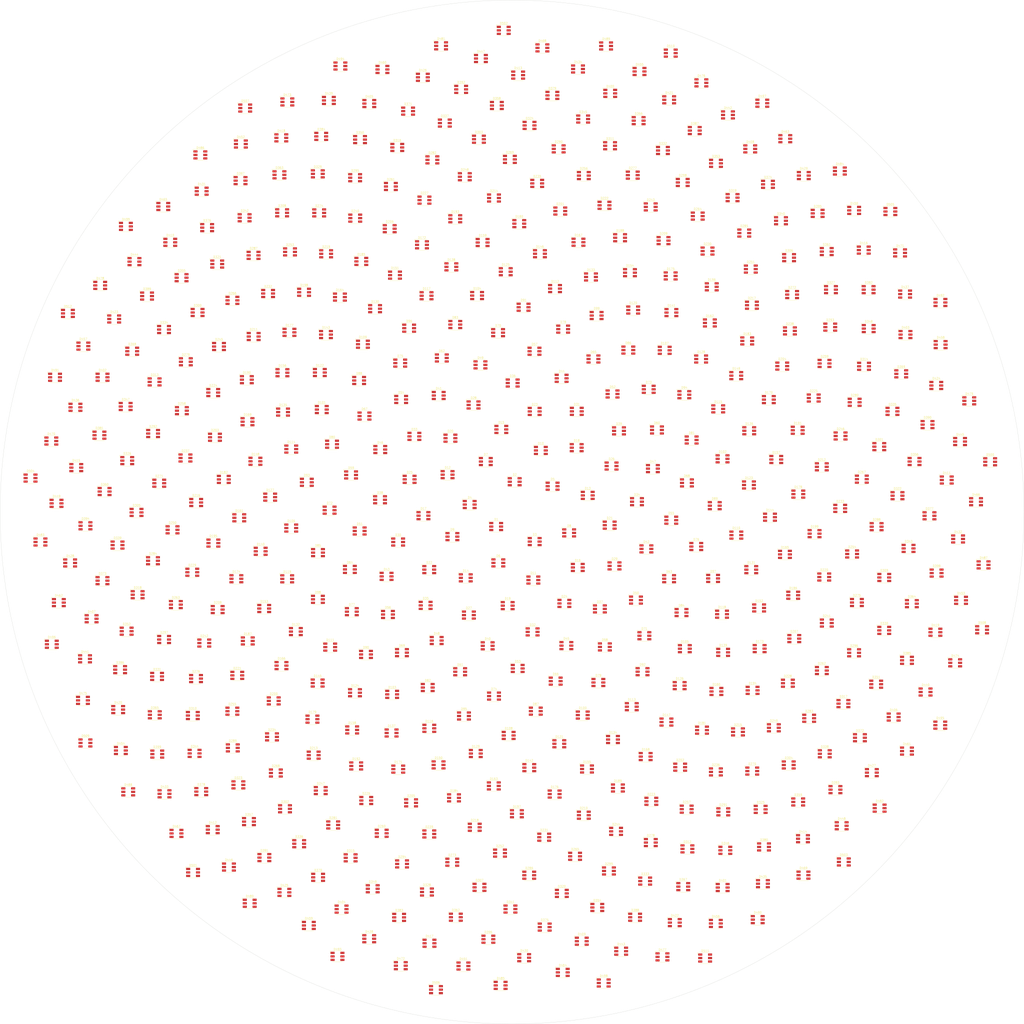
<source format=kicad_pcb>
(kicad_pcb (version 20240108) (generator "pcbnew") (generator_version "8.0")
  (layers (0 "F.Cu" signal) (31 "B.Cu" signal) (34 "B.Paste" user) (35 "F.Paste" user) (36 "B.SilkS" user "B.Silkscreen") (37 "F.SilkS" user "F.Silkscreen") (38 "B.Mask" user) (39 "F.Mask" user) (44 "Edge.Cuts" user))
  (net 0 "")
  (net 1 "Net-(D1-DO)")
  (net 2 "Net-(D1-CO)")
  (net 3 "VCC")
  (net 4 "GND")
  (net 7 "Net-(D2-CO)")
  (net 8 "Net-(D2-DO)")
  (net 9 "Net-(D3-DO)")
  (net 10 "Net-(D3-CO)")
  (net 11 "Net-(D4-DO)")
  (net 12 "Net-(D4-CO)")
  (net 13 "Net-(D5-CO)")
  (net 14 "Net-(D5-DO)")
  (net 15 "Net-(D6-CO)")
  (net 16 "Net-(D6-DO)")
  (net 17 "Net-(D7-DO)")
  (net 18 "Net-(D7-CO)")
  (net 19 "Net-(D8-CO)")
  (net 20 "Net-(D8-DO)")
  (net 21 "Net-(D10-CI)")
  (net 22 "Net-(D10-DI)")
  (net 23 "Net-(D10-CO)")
  (net 24 "Net-(D10-DO)")
  (net 25 "Net-(D11-DO)")
  (net 26 "Net-(D11-CO)")
  (net 27 "Net-(D12-CO)")
  (net 28 "Net-(D12-DO)")
  (net 29 "Net-(D13-DO)")
  (net 30 "Net-(D13-CO)")
  (net 31 "Net-(D14-CO)")
  (net 32 "Net-(D14-DO)")
  (net 33 "Net-(D15-CO)")
  (net 34 "Net-(D15-DO)")
  (net 35 "Net-(D16-CO)")
  (net 36 "Net-(D16-DO)")
  (net 37 "Net-(D17-DO)")
  (net 38 "Net-(D17-CO)")
  (net 39 "Net-(D18-CO)")
  (net 40 "Net-(D18-DO)")
  (net 41 "Net-(D19-CO)")
  (net 42 "Net-(D19-DO)")
  (net 43 "Net-(D20-CO)")
  (net 44 "Net-(D20-DO)")
  (net 45 "Net-(D21-CO)")
  (net 46 "Net-(D21-DO)")
  (net 47 "Net-(D22-DO)")
  (net 48 "Net-(D22-CO)")
  (net 49 "Net-(D23-DO)")
  (net 50 "Net-(D23-CO)")
  (net 51 "Net-(D24-DO)")
  (net 52 "Net-(D24-CO)")
  (net 53 "Net-(D25-CO)")
  (net 54 "Net-(D25-DO)")
  (net 55 "Net-(D26-DO)")
  (net 56 "Net-(D26-CO)")
  (net 57 "Net-(D27-CO)")
  (net 58 "Net-(D27-DO)")
  (net 59 "Net-(D28-DO)")
  (net 60 "Net-(D28-CO)")
  (net 61 "Net-(D29-CO)")
  (net 62 "Net-(D29-DO)")
  (net 63 "Net-(D30-DO)")
  (net 64 "Net-(D30-CO)")
  (net 65 "Net-(D31-DO)")
  (net 66 "Net-(D31-CO)")
  (net 67 "Net-(D32-DO)")
  (net 68 "Net-(D32-CO)")
  (net 69 "Net-(D33-CO)")
  (net 70 "Net-(D33-DO)")
  (net 71 "Net-(D34-CO)")
  (net 72 "Net-(D34-DO)")
  (net 73 "Net-(D35-DO)")
  (net 74 "Net-(D35-CO)")
  (net 75 "Net-(D36-CO)")
  (net 76 "Net-(D36-DO)")
  (net 77 "Net-(D37-DO)")
  (net 78 "Net-(D37-CO)")
  (net 79 "Net-(D38-CO)")
  (net 80 "Net-(D38-DO)")
  (net 81 "Net-(D39-DO)")
  (net 82 "Net-(D39-CO)")
  (net 83 "Net-(D40-CO)")
  (net 84 "Net-(D40-DO)")
  (net 85 "Net-(D41-DO)")
  (net 86 "Net-(D41-CO)")
  (net 87 "Net-(D42-DO)")
  (net 88 "Net-(D42-CO)")
  (net 89 "Net-(D43-CO)")
  (net 90 "Net-(D43-DO)")
  (net 91 "Net-(D44-DO)")
  (net 92 "Net-(D44-CO)")
  (net 93 "Net-(D45-DO)")
  (net 94 "Net-(D45-CO)")
  (net 95 "Net-(D46-CO)")
  (net 96 "Net-(D46-DO)")
  (net 97 "Net-(D47-DO)")
  (net 98 "Net-(D47-CO)")
  (net 99 "Net-(D48-CO)")
  (net 100 "Net-(D48-DO)")
  (net 101 "Net-(D49-CO)")
  (net 102 "Net-(D49-DO)")
  (net 103 "Net-(D50-DO)")
  (net 104 "Net-(D50-CO)")
  (net 105 "Net-(D51-DO)")
  (net 106 "Net-(D51-CO)")
  (net 107 "Net-(D52-DO)")
  (net 108 "Net-(D52-CO)")
  (net 109 "Net-(D53-CO)")
  (net 110 "Net-(D53-DO)")
  (net 111 "Net-(D54-CO)")
  (net 112 "Net-(D54-DO)")
  (net 113 "Net-(D55-DO)")
  (net 114 "Net-(D55-CO)")
  (net 115 "Net-(D56-CO)")
  (net 116 "Net-(D56-DO)")
  (net 117 "Net-(D57-CO)")
  (net 118 "Net-(D57-DO)")
  (net 119 "Net-(D58-DO)")
  (net 120 "Net-(D58-CO)")
  (net 121 "Net-(D59-CO)")
  (net 122 "Net-(D59-DO)")
  (net 123 "Net-(D60-CO)")
  (net 124 "Net-(D60-DO)")
  (net 125 "Net-(D61-CO)")
  (net 126 "Net-(D61-DO)")
  (net 127 "Net-(D62-DO)")
  (net 128 "Net-(D62-CO)")
  (net 129 "Net-(D63-CO)")
  (net 130 "Net-(D63-DO)")
  (net 131 "Net-(D64-CO)")
  (net 132 "Net-(D64-DO)")
  (net 133 "Net-(D65-CO)")
  (net 134 "Net-(D65-DO)")
  (net 135 "Net-(D66-CO)")
  (net 136 "Net-(D66-DO)")
  (net 137 "Net-(D67-DO)")
  (net 138 "Net-(D67-CO)")
  (net 139 "Net-(D68-DO)")
  (net 140 "Net-(D68-CO)")
  (net 141 "Net-(D69-DO)")
  (net 142 "Net-(D69-CO)")
  (net 143 "Net-(D70-DO)")
  (net 144 "Net-(D70-CO)")
  (net 145 "Net-(D71-CO)")
  (net 146 "Net-(D71-DO)")
  (net 147 "Net-(D72-DO)")
  (net 148 "Net-(D72-CO)")
  (net 149 "Net-(D73-DO)")
  (net 150 "Net-(D73-CO)")
  (net 151 "Net-(D74-CO)")
  (net 152 "Net-(D74-DO)")
  (net 153 "Net-(D75-CO)")
  (net 154 "Net-(D75-DO)")
  (net 155 "Net-(D76-DO)")
  (net 156 "Net-(D76-CO)")
  (net 157 "Net-(D77-CO)")
  (net 158 "Net-(D77-DO)")
  (net 159 "Net-(D78-DO)")
  (net 160 "Net-(D78-CO)")
  (net 161 "Net-(D79-CO)")
  (net 162 "Net-(D79-DO)")
  (net 163 "Net-(D80-DO)")
  (net 164 "Net-(D80-CO)")
  (net 165 "Net-(D81-DO)")
  (net 166 "Net-(D81-CO)")
  (net 167 "Net-(D82-DO)")
  (net 168 "Net-(D82-CO)")
  (net 169 "Net-(D83-DO)")
  (net 170 "Net-(D83-CO)")
  (net 171 "Net-(D84-CO)")
  (net 172 "Net-(D84-DO)")
  (net 173 "Net-(D85-CO)")
  (net 174 "Net-(D85-DO)")
  (net 175 "Net-(D86-DO)")
  (net 176 "Net-(D86-CO)")
  (net 177 "Net-(D87-CO)")
  (net 178 "Net-(D87-DO)")
  (net 179 "Net-(D88-DO)")
  (net 180 "Net-(D88-CO)")
  (net 181 "Net-(D89-CO)")
  (net 182 "Net-(D89-DO)")
  (net 183 "Net-(D90-CO)")
  (net 184 "Net-(D90-DO)")
  (net 185 "Net-(D91-CO)")
  (net 186 "Net-(D91-DO)")
  (net 187 "Net-(D92-DO)")
  (net 188 "Net-(D92-CO)")
  (net 189 "Net-(D93-CO)")
  (net 190 "Net-(D93-DO)")
  (net 191 "Net-(D94-CO)")
  (net 192 "Net-(D94-DO)")
  (net 193 "Net-(D95-DO)")
  (net 194 "Net-(D95-CO)")
  (net 195 "Net-(D96-DO)")
  (net 196 "Net-(D96-CO)")
  (net 197 "Net-(D97-CO)")
  (net 198 "Net-(D97-DO)")
  (net 199 "Net-(D98-DO)")
  (net 200 "Net-(D98-CO)")
  (net 201 "Net-(D100-CI)")
  (net 202 "Net-(D100-DI)")
  (net 203 "Net-(D100-DO)")
  (net 204 "Net-(D100-CO)")
  (net 205 "Net-(D101-CO)")
  (net 206 "Net-(D101-DO)")
  (net 207 "Net-(D102-CO)")
  (net 208 "Net-(D102-DO)")
  (net 209 "Net-(D103-DO)")
  (net 210 "Net-(D103-CO)")
  (net 211 "Net-(D104-CO)")
  (net 212 "Net-(D104-DO)")
  (net 213 "Net-(D105-DO)")
  (net 214 "Net-(D105-CO)")
  (net 215 "Net-(D106-DO)")
  (net 216 "Net-(D106-CO)")
  (net 217 "Net-(D107-CO)")
  (net 218 "Net-(D107-DO)")
  (net 219 "Net-(D108-DO)")
  (net 220 "Net-(D108-CO)")
  (net 221 "Net-(D109-DO)")
  (net 222 "Net-(D109-CO)")
  (net 223 "Net-(D110-DO)")
  (net 224 "Net-(D110-CO)")
  (net 225 "Net-(D111-DO)")
  (net 226 "Net-(D111-CO)")
  (net 227 "Net-(D112-DO)")
  (net 228 "Net-(D112-CO)")
  (net 229 "Net-(D113-DO)")
  (net 230 "Net-(D113-CO)")
  (net 231 "Net-(D114-DO)")
  (net 232 "Net-(D114-CO)")
  (net 233 "Net-(D115-DO)")
  (net 234 "Net-(D115-CO)")
  (net 235 "Net-(D116-CO)")
  (net 236 "Net-(D116-DO)")
  (net 237 "Net-(D117-DO)")
  (net 238 "Net-(D117-CO)")
  (net 239 "Net-(D118-CO)")
  (net 240 "Net-(D118-DO)")
  (net 241 "Net-(D119-DO)")
  (net 242 "Net-(D119-CO)")
  (net 243 "Net-(D120-DO)")
  (net 244 "Net-(D120-CO)")
  (net 245 "Net-(D121-CO)")
  (net 246 "Net-(D121-DO)")
  (net 247 "Net-(D122-DO)")
  (net 248 "Net-(D122-CO)")
  (net 249 "Net-(D123-CO)")
  (net 250 "Net-(D123-DO)")
  (net 251 "Net-(D124-DO)")
  (net 252 "Net-(D124-CO)")
  (net 253 "Net-(D125-DO)")
  (net 254 "Net-(D125-CO)")
  (net 255 "Net-(D126-DO)")
  (net 256 "Net-(D126-CO)")
  (net 257 "Net-(D127-CO)")
  (net 258 "Net-(D127-DO)")
  (net 261 "Net-(D129-DO)")
  (net 263 "Net-(D129-CO)")
  (net 265 "Net-(D130-DO)")
  (net 266 "Net-(D130-CO)")
  (net 267 "Net-(D131-DO)")
  (net 268 "Net-(D131-CO)")
  (net 269 "Net-(D132-DO)")
  (net 270 "Net-(D132-CO)")
  (net 271 "Net-(D133-DO)")
  (net 272 "Net-(D133-CO)")
  (net 273 "Net-(D134-CO)")
  (net 274 "Net-(D134-DO)")
  (net 275 "Net-(D135-DO)")
  (net 276 "Net-(D135-CO)")
  (net 277 "Net-(D136-CO)")
  (net 278 "Net-(D136-DO)")
  (net 279 "Net-(D137-DO)")
  (net 280 "Net-(D137-CO)")
  (net 281 "Net-(D138-DO)")
  (net 282 "Net-(D138-CO)")
  (net 283 "Net-(D139-CO)")
  (net 284 "Net-(D139-DO)")
  (net 285 "Net-(D140-DO)")
  (net 286 "Net-(D140-CO)")
  (net 287 "Net-(D141-DO)")
  (net 288 "Net-(D141-CO)")
  (net 289 "Net-(D142-CO)")
  (net 290 "Net-(D142-DO)")
  (net 291 "Net-(D143-DO)")
  (net 292 "Net-(D143-CO)")
  (net 293 "Net-(D144-CO)")
  (net 294 "Net-(D144-DO)")
  (net 295 "Net-(D145-CO)")
  (net 296 "Net-(D145-DO)")
  (net 297 "Net-(D146-CO)")
  (net 298 "Net-(D146-DO)")
  (net 299 "Net-(D147-DO)")
  (net 300 "Net-(D147-CO)")
  (net 301 "Net-(D148-DO)")
  (net 302 "Net-(D148-CO)")
  (net 303 "Net-(D149-DO)")
  (net 304 "Net-(D149-CO)")
  (net 305 "Net-(D150-CO)")
  (net 306 "Net-(D150-DO)")
  (net 307 "Net-(D151-CO)")
  (net 308 "Net-(D151-DO)")
  (net 309 "Net-(D152-DO)")
  (net 310 "Net-(D152-CO)")
  (net 311 "Net-(D153-DO)")
  (net 312 "Net-(D153-CO)")
  (net 313 "Net-(D154-DO)")
  (net 314 "Net-(D154-CO)")
  (net 315 "Net-(D155-CO)")
  (net 316 "Net-(D155-DO)")
  (net 317 "Net-(D156-DO)")
  (net 318 "Net-(D156-CO)")
  (net 319 "Net-(D157-DO)")
  (net 320 "Net-(D157-CO)")
  (net 321 "Net-(D158-CO)")
  (net 322 "Net-(D158-DO)")
  (net 323 "Net-(D159-CO)")
  (net 324 "Net-(D159-DO)")
  (net 325 "Net-(D160-DO)")
  (net 326 "Net-(D160-CO)")
  (net 327 "Net-(D161-CO)")
  (net 328 "Net-(D161-DO)")
  (net 329 "Net-(D162-DO)")
  (net 330 "Net-(D162-CO)")
  (net 331 "Net-(D163-DO)")
  (net 332 "Net-(D163-CO)")
  (net 333 "Net-(D164-CO)")
  (net 334 "Net-(D164-DO)")
  (net 335 "Net-(D165-DO)")
  (net 336 "Net-(D165-CO)")
  (net 337 "Net-(D166-CO)")
  (net 338 "Net-(D166-DO)")
  (net 339 "Net-(D167-CO)")
  (net 340 "Net-(D167-DO)")
  (net 341 "Net-(D168-DO)")
  (net 342 "Net-(D168-CO)")
  (net 343 "Net-(D169-CO)")
  (net 344 "Net-(D169-DO)")
  (net 345 "Net-(D170-CO)")
  (net 346 "Net-(D170-DO)")
  (net 347 "Net-(D171-DO)")
  (net 348 "Net-(D171-CO)")
  (net 349 "Net-(D172-DO)")
  (net 350 "Net-(D172-CO)")
  (net 351 "Net-(D173-CO)")
  (net 352 "Net-(D173-DO)")
  (net 353 "Net-(D174-DO)")
  (net 354 "Net-(D174-CO)")
  (net 355 "Net-(D175-DO)")
  (net 356 "Net-(D175-CO)")
  (net 357 "Net-(D176-DO)")
  (net 358 "Net-(D176-CO)")
  (net 359 "Net-(D177-DO)")
  (net 360 "Net-(D177-CO)")
  (net 361 "Net-(D178-DO)")
  (net 362 "Net-(D178-CO)")
  (net 363 "Net-(D179-DO)")
  (net 364 "Net-(D179-CO)")
  (net 365 "Net-(D180-CO)")
  (net 366 "Net-(D180-DO)")
  (net 367 "Net-(D181-DO)")
  (net 368 "Net-(D181-CO)")
  (net 369 "Net-(D182-CO)")
  (net 370 "Net-(D182-DO)")
  (net 371 "Net-(D183-DO)")
  (net 372 "Net-(D183-CO)")
  (net 373 "Net-(D184-DO)")
  (net 374 "Net-(D184-CO)")
  (net 375 "Net-(D185-CO)")
  (net 376 "Net-(D185-DO)")
  (net 377 "Net-(D186-DO)")
  (net 378 "Net-(D186-CO)")
  (net 379 "Net-(D187-CO)")
  (net 380 "Net-(D187-DO)")
  (net 381 "Net-(D188-CO)")
  (net 382 "Net-(D188-DO)")
  (net 383 "Net-(D189-CO)")
  (net 384 "Net-(D189-DO)")
  (net 385 "Net-(D190-CO)")
  (net 386 "Net-(D190-DO)")
  (net 387 "Net-(D191-DO)")
  (net 388 "Net-(D191-CO)")
  (net 389 "Net-(D192-CO)")
  (net 390 "Net-(D192-DO)")
  (net 391 "Net-(D193-DO)")
  (net 392 "Net-(D193-CO)")
  (net 393 "Net-(D194-CO)")
  (net 394 "Net-(D194-DO)")
  (net 395 "Net-(D195-DO)")
  (net 396 "Net-(D195-CO)")
  (net 397 "Net-(D196-DO)")
  (net 398 "Net-(D196-CO)")
  (net 399 "Net-(D197-DO)")
  (net 400 "Net-(D197-CO)")
  (net 401 "Net-(D198-DO)")
  (net 402 "Net-(D198-CO)")
  (net 403 "Net-(D199-DO)")
  (net 404 "Net-(D199-CO)")
  (net 405 "Net-(D200-CO)")
  (net 406 "Net-(D200-DO)")
  (net 407 "Net-(D201-DO)")
  (net 408 "Net-(D201-CO)")
  (net 409 "Net-(D202-CO)")
  (net 410 "Net-(D202-DO)")
  (net 411 "Net-(D203-DO)")
  (net 412 "Net-(D203-CO)")
  (net 413 "Net-(D204-CO)")
  (net 414 "Net-(D204-DO)")
  (net 415 "Net-(D205-CO)")
  (net 416 "Net-(D205-DO)")
  (net 417 "Net-(D206-CO)")
  (net 418 "Net-(D206-DO)")
  (net 419 "Net-(D207-CO)")
  (net 420 "Net-(D207-DO)")
  (net 421 "Net-(D208-CO)")
  (net 422 "Net-(D208-DO)")
  (net 423 "Net-(D209-DO)")
  (net 424 "Net-(D209-CO)")
  (net 425 "Net-(D210-CO)")
  (net 426 "Net-(D210-DO)")
  (net 427 "Net-(D211-CO)")
  (net 428 "Net-(D211-DO)")
  (net 429 "Net-(D212-DO)")
  (net 430 "Net-(D212-CO)")
  (net 431 "Net-(D213-DO)")
  (net 432 "Net-(D213-CO)")
  (net 433 "Net-(D214-DO)")
  (net 434 "Net-(D214-CO)")
  (net 435 "Net-(D215-CO)")
  (net 436 "Net-(D215-DO)")
  (net 437 "Net-(D216-DO)")
  (net 438 "Net-(D216-CO)")
  (net 439 "Net-(D217-CO)")
  (net 440 "Net-(D217-DO)")
  (net 441 "Net-(D218-CO)")
  (net 442 "Net-(D218-DO)")
  (net 443 "Net-(D219-CO)")
  (net 444 "Net-(D219-DO)")
  (net 445 "Net-(D220-DO)")
  (net 446 "Net-(D220-CO)")
  (net 447 "Net-(D221-CO)")
  (net 448 "Net-(D221-DO)")
  (net 449 "Net-(D222-CO)")
  (net 450 "Net-(D222-DO)")
  (net 451 "Net-(D223-DO)")
  (net 452 "Net-(D223-CO)")
  (net 453 "Net-(D224-CO)")
  (net 454 "Net-(D224-DO)")
  (net 455 "Net-(D225-DO)")
  (net 456 "Net-(D225-CO)")
  (net 457 "Net-(D226-CO)")
  (net 458 "Net-(D226-DO)")
  (net 459 "Net-(D227-DO)")
  (net 460 "Net-(D227-CO)")
  (net 461 "Net-(D228-CO)")
  (net 462 "Net-(D228-DO)")
  (net 463 "Net-(D229-DO)")
  (net 464 "Net-(D229-CO)")
  (net 465 "Net-(D230-DO)")
  (net 466 "Net-(D230-CO)")
  (net 467 "Net-(D231-CO)")
  (net 468 "Net-(D231-DO)")
  (net 469 "Net-(D232-DO)")
  (net 470 "Net-(D232-CO)")
  (net 471 "Net-(D233-CO)")
  (net 472 "Net-(D233-DO)")
  (net 473 "Net-(D234-DO)")
  (net 474 "Net-(D234-CO)")
  (net 475 "Net-(D235-DO)")
  (net 476 "Net-(D235-CO)")
  (net 477 "Net-(D236-DO)")
  (net 478 "Net-(D236-CO)")
  (net 479 "Net-(D237-DO)")
  (net 480 "Net-(D237-CO)")
  (net 481 "Net-(D238-DO)")
  (net 482 "Net-(D238-CO)")
  (net 483 "Net-(D239-DO)")
  (net 484 "Net-(D239-CO)")
  (net 485 "Net-(D240-CO)")
  (net 486 "Net-(D240-DO)")
  (net 487 "Net-(D241-DO)")
  (net 488 "Net-(D241-CO)")
  (net 489 "Net-(D242-CO)")
  (net 490 "Net-(D242-DO)")
  (net 491 "Net-(D243-DO)")
  (net 492 "Net-(D243-CO)")
  (net 493 "Net-(D244-CO)")
  (net 494 "Net-(D244-DO)")
  (net 495 "Net-(D245-DO)")
  (net 496 "Net-(D245-CO)")
  (net 497 "Net-(D246-DO)")
  (net 498 "Net-(D246-CO)")
  (net 499 "Net-(D247-CO)")
  (net 500 "Net-(D247-DO)")
  (net 501 "Net-(D248-DO)")
  (net 502 "Net-(D248-CO)")
  (net 503 "Net-(D249-CO)")
  (net 504 "Net-(D249-DO)")
  (net 505 "Net-(D250-DO)")
  (net 506 "Net-(D250-CO)")
  (net 507 "Net-(D251-DO)")
  (net 508 "Net-(D251-CO)")
  (net 509 "Net-(D252-DO)")
  (net 510 "Net-(D252-CO)")
  (net 511 "Net-(D253-CO)")
  (net 512 "Net-(D253-DO)")
  (net 513 "Net-(D254-DO)")
  (net 514 "Net-(D254-CO)")
  (net 515 "Net-(D255-DO)")
  (net 516 "Net-(D255-CO)")
  (net 519 "Net-(D257-CO)")
  (net 521 "Net-(D257-DO)")
  (net 523 "Net-(D258-CO)")
  (net 524 "Net-(D258-DO)")
  (net 525 "Net-(D259-DO)")
  (net 526 "Net-(D259-CO)")
  (net 527 "Net-(D260-DO)")
  (net 528 "Net-(D260-CO)")
  (net 529 "Net-(D261-CO)")
  (net 530 "Net-(D261-DO)")
  (net 531 "Net-(D262-CO)")
  (net 532 "Net-(D262-DO)")
  (net 533 "Net-(D263-CO)")
  (net 534 "Net-(D263-DO)")
  (net 535 "Net-(D264-CO)")
  (net 536 "Net-(D264-DO)")
  (net 537 "Net-(D265-DO)")
  (net 538 "Net-(D265-CO)")
  (net 539 "Net-(D266-DO)")
  (net 540 "Net-(D266-CO)")
  (net 541 "Net-(D267-CO)")
  (net 542 "Net-(D267-DO)")
  (net 543 "Net-(D268-CO)")
  (net 544 "Net-(D268-DO)")
  (net 545 "Net-(D269-CO)")
  (net 546 "Net-(D269-DO)")
  (net 547 "Net-(D270-CO)")
  (net 548 "Net-(D270-DO)")
  (net 549 "Net-(D271-DO)")
  (net 550 "Net-(D271-CO)")
  (net 551 "Net-(D272-DO)")
  (net 552 "Net-(D272-CO)")
  (net 553 "Net-(D273-DO)")
  (net 554 "Net-(D273-CO)")
  (net 555 "Net-(D274-DO)")
  (net 556 "Net-(D274-CO)")
  (net 557 "Net-(D275-DO)")
  (net 558 "Net-(D275-CO)")
  (net 559 "Net-(D276-CO)")
  (net 560 "Net-(D276-DO)")
  (net 561 "Net-(D277-DO)")
  (net 562 "Net-(D277-CO)")
  (net 563 "Net-(D278-CO)")
  (net 564 "Net-(D278-DO)")
  (net 565 "Net-(D279-DO)")
  (net 566 "Net-(D279-CO)")
  (net 567 "Net-(D280-CO)")
  (net 568 "Net-(D280-DO)")
  (net 569 "Net-(D281-DO)")
  (net 570 "Net-(D281-CO)")
  (net 571 "Net-(D282-DO)")
  (net 572 "Net-(D282-CO)")
  (net 573 "Net-(D283-CO)")
  (net 574 "Net-(D283-DO)")
  (net 575 "Net-(D284-CO)")
  (net 576 "Net-(D284-DO)")
  (net 577 "Net-(D285-CO)")
  (net 578 "Net-(D285-DO)")
  (net 579 "Net-(D286-CO)")
  (net 580 "Net-(D286-DO)")
  (net 581 "Net-(D287-CO)")
  (net 582 "Net-(D287-DO)")
  (net 583 "Net-(D288-DO)")
  (net 584 "Net-(D288-CO)")
  (net 585 "Net-(D289-CO)")
  (net 586 "Net-(D289-DO)")
  (net 587 "Net-(D290-CO)")
  (net 588 "Net-(D290-DO)")
  (net 589 "Net-(D291-CO)")
  (net 590 "Net-(D291-DO)")
  (net 591 "Net-(D292-DO)")
  (net 592 "Net-(D292-CO)")
  (net 593 "Net-(D293-CO)")
  (net 594 "Net-(D293-DO)")
  (net 595 "Net-(D294-DO)")
  (net 596 "Net-(D294-CO)")
  (net 597 "Net-(D295-DO)")
  (net 598 "Net-(D295-CO)")
  (net 599 "Net-(D296-DO)")
  (net 600 "Net-(D296-CO)")
  (net 601 "Net-(D297-CO)")
  (net 602 "Net-(D297-DO)")
  (net 603 "Net-(D298-CO)")
  (net 604 "Net-(D298-DO)")
  (net 605 "Net-(D299-DO)")
  (net 606 "Net-(D299-CO)")
  (net 607 "Net-(D300-DO)")
  (net 608 "Net-(D300-CO)")
  (net 609 "Net-(D301-DO)")
  (net 610 "Net-(D301-CO)")
  (net 611 "Net-(D302-CO)")
  (net 612 "Net-(D302-DO)")
  (net 613 "Net-(D303-DO)")
  (net 614 "Net-(D303-CO)")
  (net 615 "Net-(D304-DO)")
  (net 616 "Net-(D304-CO)")
  (net 617 "Net-(D305-CO)")
  (net 618 "Net-(D305-DO)")
  (net 619 "Net-(D306-CO)")
  (net 620 "Net-(D306-DO)")
  (net 621 "Net-(D307-CO)")
  (net 622 "Net-(D307-DO)")
  (net 623 "Net-(D308-CO)")
  (net 624 "Net-(D308-DO)")
  (net 625 "Net-(D309-CO)")
  (net 626 "Net-(D309-DO)")
  (net 627 "Net-(D310-DO)")
  (net 628 "Net-(D310-CO)")
  (net 629 "Net-(D311-DO)")
  (net 630 "Net-(D311-CO)")
  (net 631 "Net-(D312-DO)")
  (net 632 "Net-(D312-CO)")
  (net 633 "Net-(D313-CO)")
  (net 634 "Net-(D313-DO)")
  (net 635 "Net-(D314-DO)")
  (net 636 "Net-(D314-CO)")
  (net 637 "Net-(D315-CO)")
  (net 638 "Net-(D315-DO)")
  (net 639 "Net-(D316-DO)")
  (net 640 "Net-(D316-CO)")
  (net 641 "Net-(D317-CO)")
  (net 642 "Net-(D317-DO)")
  (net 643 "Net-(D318-DO)")
  (net 644 "Net-(D318-CO)")
  (net 645 "Net-(D319-CO)")
  (net 646 "Net-(D319-DO)")
  (net 647 "Net-(D320-CO)")
  (net 648 "Net-(D320-DO)")
  (net 649 "Net-(D321-DO)")
  (net 650 "Net-(D321-CO)")
  (net 651 "Net-(D322-DO)")
  (net 652 "Net-(D322-CO)")
  (net 653 "Net-(D323-CO)")
  (net 654 "Net-(D323-DO)")
  (net 655 "Net-(D324-DO)")
  (net 656 "Net-(D324-CO)")
  (net 657 "Net-(D325-DO)")
  (net 658 "Net-(D325-CO)")
  (net 659 "Net-(D326-CO)")
  (net 660 "Net-(D326-DO)")
  (net 661 "Net-(D327-CO)")
  (net 662 "Net-(D327-DO)")
  (net 663 "Net-(D328-CO)")
  (net 664 "Net-(D328-DO)")
  (net 665 "Net-(D329-DO)")
  (net 666 "Net-(D329-CO)")
  (net 667 "Net-(D330-DO)")
  (net 668 "Net-(D330-CO)")
  (net 669 "Net-(D331-DO)")
  (net 670 "Net-(D331-CO)")
  (net 671 "Net-(D332-CO)")
  (net 672 "Net-(D332-DO)")
  (net 673 "Net-(D333-CO)")
  (net 674 "Net-(D333-DO)")
  (net 675 "Net-(D334-DO)")
  (net 676 "Net-(D334-CO)")
  (net 677 "Net-(D335-DO)")
  (net 678 "Net-(D335-CO)")
  (net 679 "Net-(D336-DO)")
  (net 680 "Net-(D336-CO)")
  (net 681 "Net-(D337-CO)")
  (net 682 "Net-(D337-DO)")
  (net 683 "Net-(D338-CO)")
  (net 684 "Net-(D338-DO)")
  (net 685 "Net-(D339-CO)")
  (net 686 "Net-(D339-DO)")
  (net 687 "Net-(D340-DO)")
  (net 688 "Net-(D340-CO)")
  (net 689 "Net-(D341-CO)")
  (net 690 "Net-(D341-DO)")
  (net 691 "Net-(D342-DO)")
  (net 692 "Net-(D342-CO)")
  (net 693 "Net-(D343-DO)")
  (net 694 "Net-(D343-CO)")
  (net 695 "Net-(D344-CO)")
  (net 696 "Net-(D344-DO)")
  (net 697 "Net-(D345-CO)")
  (net 698 "Net-(D345-DO)")
  (net 699 "Net-(D346-DO)")
  (net 700 "Net-(D346-CO)")
  (net 701 "Net-(D347-CO)")
  (net 702 "Net-(D347-DO)")
  (net 703 "Net-(D348-DO)")
  (net 704 "Net-(D348-CO)")
  (net 705 "Net-(D349-DO)")
  (net 706 "Net-(D349-CO)")
  (net 707 "Net-(D350-CO)")
  (net 708 "Net-(D350-DO)")
  (net 709 "Net-(D351-CO)")
  (net 710 "Net-(D351-DO)")
  (net 711 "Net-(D352-DO)")
  (net 712 "Net-(D352-CO)")
  (net 713 "Net-(D353-CO)")
  (net 714 "Net-(D353-DO)")
  (net 715 "Net-(D354-CO)")
  (net 716 "Net-(D354-DO)")
  (net 717 "Net-(D355-CO)")
  (net 718 "Net-(D355-DO)")
  (net 719 "Net-(D356-CO)")
  (net 720 "Net-(D356-DO)")
  (net 721 "Net-(D357-DO)")
  (net 722 "Net-(D357-CO)")
  (net 723 "Net-(D358-CO)")
  (net 724 "Net-(D358-DO)")
  (net 725 "Net-(D359-CO)")
  (net 726 "Net-(D359-DO)")
  (net 727 "Net-(D360-DO)")
  (net 728 "Net-(D360-CO)")
  (net 729 "Net-(D361-CO)")
  (net 730 "Net-(D361-DO)")
  (net 731 "Net-(D362-DO)")
  (net 732 "Net-(D362-CO)")
  (net 733 "Net-(D363-CO)")
  (net 734 "Net-(D363-DO)")
  (net 735 "Net-(D364-DO)")
  (net 736 "Net-(D364-CO)")
  (net 737 "Net-(D365-DO)")
  (net 738 "Net-(D365-CO)")
  (net 739 "Net-(D366-DO)")
  (net 740 "Net-(D366-CO)")
  (net 741 "Net-(D367-CO)")
  (net 742 "Net-(D367-DO)")
  (net 743 "Net-(D368-CO)")
  (net 744 "Net-(D368-DO)")
  (net 745 "Net-(D369-CO)")
  (net 746 "Net-(D369-DO)")
  (net 747 "Net-(D370-DO)")
  (net 748 "Net-(D370-CO)")
  (net 749 "Net-(D371-DO)")
  (net 750 "Net-(D371-CO)")
  (net 751 "Net-(D372-CO)")
  (net 752 "Net-(D372-DO)")
  (net 753 "Net-(D373-CO)")
  (net 754 "Net-(D373-DO)")
  (net 755 "Net-(D374-CO)")
  (net 756 "Net-(D374-DO)")
  (net 757 "Net-(D375-CO)")
  (net 758 "Net-(D375-DO)")
  (net 759 "Net-(D376-DO)")
  (net 760 "Net-(D376-CO)")
  (net 761 "Net-(D377-DO)")
  (net 762 "Net-(D377-CO)")
  (net 763 "Net-(D378-DO)")
  (net 764 "Net-(D378-CO)")
  (net 765 "Net-(D379-DO)")
  (net 766 "Net-(D379-CO)")
  (net 767 "Net-(D380-DO)")
  (net 768 "Net-(D380-CO)")
  (net 769 "Net-(D381-DO)")
  (net 770 "Net-(D381-CO)")
  (net 771 "Net-(D382-DO)")
  (net 772 "Net-(D382-CO)")
  (net 773 "Net-(D383-CO)")
  (net 774 "Net-(D383-DO)")
  (net 778 "Net-(D385-DO)")
  (net 780 "Net-(D385-CO)")
  (net 781 "Net-(D386-DO)")
  (net 782 "Net-(D386-CO)")
  (net 783 "Net-(D387-CO)")
  (net 784 "Net-(D387-DO)")
  (net 785 "Net-(D388-DO)")
  (net 786 "Net-(D388-CO)")
  (net 787 "Net-(D389-DO)")
  (net 788 "Net-(D389-CO)")
  (net 789 "Net-(D390-CO)")
  (net 790 "Net-(D390-DO)")
  (net 791 "Net-(D391-DO)")
  (net 792 "Net-(D391-CO)")
  (net 793 "Net-(D392-DO)")
  (net 794 "Net-(D392-CO)")
  (net 795 "Net-(D393-CO)")
  (net 796 "Net-(D393-DO)")
  (net 797 "Net-(D394-CO)")
  (net 798 "Net-(D394-DO)")
  (net 799 "Net-(D395-DO)")
  (net 800 "Net-(D395-CO)")
  (net 801 "Net-(D396-DO)")
  (net 802 "Net-(D396-CO)")
  (net 803 "Net-(D397-CO)")
  (net 804 "Net-(D397-DO)")
  (net 805 "Net-(D398-DO)")
  (net 806 "Net-(D398-CO)")
  (net 807 "Net-(D399-DO)")
  (net 808 "Net-(D399-CO)")
  (net 809 "Net-(D400-CO)")
  (net 810 "Net-(D400-DO)")
  (net 811 "Net-(D401-DO)")
  (net 812 "Net-(D401-CO)")
  (net 813 "Net-(D402-CO)")
  (net 814 "Net-(D402-DO)")
  (net 815 "Net-(D403-CO)")
  (net 816 "Net-(D403-DO)")
  (net 817 "Net-(D404-CO)")
  (net 818 "Net-(D404-DO)")
  (net 819 "Net-(D405-DO)")
  (net 820 "Net-(D405-CO)")
  (net 821 "Net-(D406-CO)")
  (net 822 "Net-(D406-DO)")
  (net 823 "Net-(D407-DO)")
  (net 824 "Net-(D407-CO)")
  (net 825 "Net-(D408-CO)")
  (net 826 "Net-(D408-DO)")
  (net 827 "Net-(D409-CO)")
  (net 828 "Net-(D409-DO)")
  (net 829 "Net-(D410-CO)")
  (net 830 "Net-(D410-DO)")
  (net 831 "Net-(D411-DO)")
  (net 832 "Net-(D411-CO)")
  (net 833 "Net-(D412-DO)")
  (net 834 "Net-(D412-CO)")
  (net 835 "Net-(D413-CO)")
  (net 836 "Net-(D413-DO)")
  (net 837 "Net-(D414-DO)")
  (net 838 "Net-(D414-CO)")
  (net 839 "Net-(D415-DO)")
  (net 840 "Net-(D415-CO)")
  (net 841 "Net-(D416-CO)")
  (net 842 "Net-(D416-DO)")
  (net 843 "Net-(D417-CO)")
  (net 844 "Net-(D417-DO)")
  (net 845 "Net-(D418-CO)")
  (net 846 "Net-(D418-DO)")
  (net 847 "Net-(D419-DO)")
  (net 848 "Net-(D419-CO)")
  (net 849 "Net-(D420-CO)")
  (net 850 "Net-(D420-DO)")
  (net 851 "Net-(D421-CO)")
  (net 852 "Net-(D421-DO)")
  (net 853 "Net-(D422-DO)")
  (net 854 "Net-(D422-CO)")
  (net 855 "Net-(D423-DO)")
  (net 856 "Net-(D423-CO)")
  (net 857 "Net-(D424-CO)")
  (net 858 "Net-(D424-DO)")
  (net 859 "Net-(D425-CO)")
  (net 860 "Net-(D425-DO)")
  (net 861 "Net-(D426-CO)")
  (net 862 "Net-(D426-DO)")
  (net 863 "Net-(D427-DO)")
  (net 864 "Net-(D427-CO)")
  (net 865 "Net-(D428-DO)")
  (net 866 "Net-(D428-CO)")
  (net 867 "Net-(D429-DO)")
  (net 868 "Net-(D429-CO)")
  (net 869 "Net-(D430-CO)")
  (net 870 "Net-(D430-DO)")
  (net 871 "Net-(D431-CO)")
  (net 872 "Net-(D431-DO)")
  (net 873 "Net-(D432-CO)")
  (net 874 "Net-(D432-DO)")
  (net 875 "Net-(D433-DO)")
  (net 876 "Net-(D433-CO)")
  (net 877 "Net-(D434-DO)")
  (net 878 "Net-(D434-CO)")
  (net 879 "Net-(D435-DO)")
  (net 880 "Net-(D435-CO)")
  (net 881 "Net-(D436-CO)")
  (net 882 "Net-(D436-DO)")
  (net 883 "Net-(D437-DO)")
  (net 884 "Net-(D437-CO)")
  (net 885 "Net-(D438-DO)")
  (net 886 "Net-(D438-CO)")
  (net 887 "Net-(D439-CO)")
  (net 888 "Net-(D439-DO)")
  (net 889 "Net-(D440-CO)")
  (net 890 "Net-(D440-DO)")
  (net 891 "Net-(D441-CO)")
  (net 892 "Net-(D441-DO)")
  (net 893 "Net-(D442-DO)")
  (net 894 "Net-(D442-CO)")
  (net 895 "Net-(D443-CO)")
  (net 896 "Net-(D443-DO)")
  (net 897 "Net-(D444-DO)")
  (net 898 "Net-(D444-CO)")
  (net 899 "Net-(D445-CO)")
  (net 900 "Net-(D445-DO)")
  (net 901 "Net-(D446-CO)")
  (net 902 "Net-(D446-DO)")
  (net 903 "Net-(D447-CO)")
  (net 904 "Net-(D447-DO)")
  (net 905 "Net-(D448-CO)")
  (net 906 "Net-(D448-DO)")
  (net 907 "Net-(D449-DO)")
  (net 908 "Net-(D449-CO)")
  (net 909 "Net-(D450-CO)")
  (net 910 "Net-(D450-DO)")
  (net 911 "Net-(D451-DO)")
  (net 912 "Net-(D451-CO)")
  (net 913 "Net-(D452-DO)")
  (net 914 "Net-(D452-CO)")
  (net 915 "Net-(D453-DO)")
  (net 916 "Net-(D453-CO)")
  (net 917 "Net-(D454-CO)")
  (net 918 "Net-(D454-DO)")
  (net 919 "Net-(D455-CO)")
  (net 920 "Net-(D455-DO)")
  (net 921 "Net-(D456-DO)")
  (net 922 "Net-(D456-CO)")
  (net 923 "Net-(D457-CO)")
  (net 924 "Net-(D457-DO)")
  (net 925 "Net-(D458-CO)")
  (net 926 "Net-(D458-DO)")
  (net 927 "Net-(D459-DO)")
  (net 928 "Net-(D459-CO)")
  (net 929 "Net-(D460-CO)")
  (net 930 "Net-(D460-DO)")
  (net 931 "Net-(D461-CO)")
  (net 932 "Net-(D461-DO)")
  (net 933 "Net-(D462-DO)")
  (net 934 "Net-(D462-CO)")
  (net 935 "Net-(D463-DO)")
  (net 936 "Net-(D463-CO)")
  (net 937 "Net-(D464-DO)")
  (net 938 "Net-(D464-CO)")
  (net 939 "Net-(D465-CO)")
  (net 940 "Net-(D465-DO)")
  (net 941 "Net-(D466-DO)")
  (net 942 "Net-(D466-CO)")
  (net 943 "Net-(D467-CO)")
  (net 944 "Net-(D467-DO)")
  (net 945 "Net-(D468-CO)")
  (net 946 "Net-(D468-DO)")
  (net 947 "Net-(D469-CO)")
  (net 948 "Net-(D469-DO)")
  (net 949 "Net-(D470-CO)")
  (net 950 "Net-(D470-DO)")
  (net 951 "Net-(D471-CO)")
  (net 952 "Net-(D471-DO)")
  (net 953 "Net-(D472-CO)")
  (net 954 "Net-(D472-DO)")
  (net 955 "Net-(D473-CO)")
  (net 956 "Net-(D473-DO)")
  (net 957 "Net-(D474-DO)")
  (net 958 "Net-(D474-CO)")
  (net 959 "Net-(D475-CO)")
  (net 960 "Net-(D475-DO)")
  (net 961 "Net-(D476-CO)")
  (net 962 "Net-(D476-DO)")
  (net 963 "Net-(D477-DO)")
  (net 964 "Net-(D477-CO)")
  (net 965 "Net-(D478-DO)")
  (net 966 "Net-(D478-CO)")
  (net 967 "Net-(D479-DO)")
  (net 968 "Net-(D479-CO)")
  (net 969 "Net-(D480-CO)")
  (net 970 "Net-(D480-DO)")
  (net 971 "Net-(D481-CO)")
  (net 972 "Net-(D481-DO)")
  (net 973 "Net-(D482-CO)")
  (net 974 "Net-(D482-DO)")
  (net 975 "Net-(D483-DO)")
  (net 976 "Net-(D483-CO)")
  (net 977 "Net-(D484-DO)")
  (net 978 "Net-(D484-CO)")
  (net 979 "Net-(D485-CO)")
  (net 980 "Net-(D485-DO)")
  (net 981 "Net-(D486-CO)")
  (net 982 "Net-(D486-DO)")
  (net 983 "Net-(D487-CO)")
  (net 984 "Net-(D487-DO)")
  (net 985 "Net-(D488-DO)")
  (net 986 "Net-(D488-CO)")
  (net 987 "Net-(D489-CO)")
  (net 988 "Net-(D489-DO)")
  (net 989 "Net-(D490-DO)")
  (net 990 "Net-(D490-CO)")
  (net 991 "Net-(D491-CO)")
  (net 992 "Net-(D491-DO)")
  (net 993 "Net-(D492-DO)")
  (net 994 "Net-(D492-CO)")
  (net 995 "Net-(D493-CO)")
  (net 996 "Net-(D493-DO)")
  (net 997 "Net-(D494-DO)")
  (net 998 "Net-(D494-CO)")
  (net 999 "Net-(D495-DO)")
  (net 1000 "Net-(D495-CO)")
  (net 1001 "Net-(D496-DO)")
  (net 1002 "Net-(D496-CO)")
  (net 1003 "Net-(D497-CO)")
  (net 1004 "Net-(D497-DO)")
  (net 1005 "Net-(D498-DO)")
  (net 1006 "Net-(D498-CO)")
  (net 1007 "Net-(D499-DO)")
  (net 1008 "Net-(D499-CO)")
  (net 1009 "Net-(D500-CO)")
  (net 1010 "Net-(D500-DO)")
  (net 1011 "Net-(D501-CO)")
  (net 1012 "Net-(D501-DO)")
  (net 1013 "Net-(D502-CO)")
  (net 1014 "Net-(D502-DO)")
  (net 1015 "Net-(D503-CO)")
  (net 1016 "Net-(D503-DO)")
  (net 1017 "Net-(D504-DO)")
  (net 1018 "Net-(D504-CO)")
  (net 1019 "Net-(D505-DO)")
  (net 1020 "Net-(D505-CO)")
  (net 1021 "Net-(D506-CO)")
  (net 1022 "Net-(D506-DO)")
  (net 1023 "Net-(D507-DO)")
  (net 1024 "Net-(D507-CO)")
  (net 1025 "Net-(D508-CO)")
  (net 1026 "Net-(D508-DO)")
  (net 1027 "Net-(D509-DO)")
  (net 1028 "Net-(D509-CO)")
  (net 1029 "Net-(D510-CO)")
  (net 1030 "Net-(D510-DO)")
  (net 1031 "Net-(D511-CO)")
  (net 1032 "Net-(D511-DO)")
  (footprint "LED_SMD:LED_RGB_5050-6" (layer "F.Cu") (at 281.201356 247.716053)
    (property "Reference" "D28")
    (property "Value" "APA102")
  )
  (footprint "LED_SMD:LED_RGB_5050-6" (layer "F.Cu") (at 311.056907 250.872667)
    (property "Reference" "D23")
    (property "Value" "APA102")
  )
  (footprint "LED_SMD:LED_RGB_5050-6" (layer "F.Cu") (at 467.078716 152.700297)
    (property "Reference" "D450")
    (property "Value" "APA102")
  )
  (footprint "LED_SMD:LED_RGB_5050-6" (layer "F.Cu") (at 111.796327 358.201181)
    (property "Reference" "D352")
    (property "Value" "APA102")
  )
  (footprint "LED_SMD:LED_RGB_5050-6" (layer "F.Cu") (at 242.848376 184.321817)
    (property "Reference" "D151")
    (property "Value" "APA102")
  )
  (footprint "LED_SMD:LED_RGB_5050-6" (layer "F.Cu") (at 138.769627 250.509931)
    (property "Reference" "D258")
    (property "Value" "APA102")
  )
  (footprint "LED_SMD:LED_RGB_5050-6" (layer "F.Cu") (at 311.602975 397.247729)
    (property "Reference" "D87")
    (property "Value" "APA102")
  )
  (footprint "LED_SMD:LED_RGB_5050-6" (layer "F.Cu") (at 294.776433 259.670552)
    (property "Reference" "D15")
    (property "Value" "APA102")
  )
  (footprint "LED_SMD:LED_RGB_5050-6" (layer "F.Cu") (at 419.987024 499.061834)
    (property "Reference" "D490")
    (property "Value" "APA102")
  )
  (footprint "LED_SMD:LED_RGB_5050-6" (layer "F.Cu") (at 385.650604 464.505239)
    (property "Reference" "D312")
    (property "Value" "APA102")
  )
  (footprint "LED_SMD:LED_RGB_5050-6" (layer "F.Cu") (at 421.420925 445.217797)
    (property "Reference" "D325")
    (property "Value" "APA102")
  )
  (footprint "LED_SMD:LED_RGB_5050-6" (layer "F.Cu") (at 235.65241 269.489547)
    (property "Reference" "D46")
    (property "Value" "APA102")
  )
  (footprint "LED_SMD:LED_RGB_5050-6" (layer "F.Cu") (at 173.771898 174.667576)
    (property "Reference" "D287")
    (property "Value" "APA102")
  )
  (footprint "LED_SMD:LED_RGB_5050-6" (layer "F.Cu") (at 431.348447 157.758707)
    (property "Reference" "D340")
    (property "Value" "APA102")
  )
  (footprint "LED_SMD:LED_RGB_5050-6" (layer "F.Cu") (at 240.837487 141.01872)
    (property "Reference" "D261")
    (property "Value" "APA102")
  )
  (footprint "LED_SMD:LED_RGB_5050-6" (layer "F.Cu") (at 382.115119 424.609819)
    (property "Reference" "D202")
    (property "Value" "APA102")
  )
  (footprint "LED_SMD:LED_RGB_5050-6" (layer "F.Cu") (at 392.474613 90.411245)
    (property "Reference" "D476")
    (property "Value" "APA102")
  )
  (footprint "LED_SMD:LED_RGB_5050-6" (layer "F.Cu") (at 194.432425 358.382251)
    (property "Reference" "D132")
    (property "Value" "APA102")
  )
  (footprint "LED_SMD:LED_RGB_5050-6" (layer "F.Cu") (at 191.309058 212.24734)
    (property "Reference" "D177")
    (property "Value" "APA102")
  )
  (footprint "LED_SMD:LED_RGB_5050-6" (layer "F.Cu") (at 420.925483 366.7104)
    (property "Reference" "D173")
    (property "Value" "APA102")
  )
  (footprint "LED_SMD:LED_RGB_5050-6" (layer "F.Cu") (at 466.083701 320.486677)
    (property "Reference" "D254")
    (property "Value" "APA102")
  )
  (footprint "LED_SMD:LED_RGB_5050-6" (layer "F.Cu") (at 302.994218 86.635793)
    (property "Reference" "D413")
    (property "Value" "APA102")
  )
  (footprint "LED_SMD:LED_RGB_5050-6" (layer "F.Cu") (at 252.316283 263.060682)
    (property "Reference" "D33")
    (property "Value" "APA102")
  )
  (footprint "LED_SMD:LED_RGB_5050-6" (layer "F.Cu") (at 399.008572 296.909286)
    (property "Reference" "D89")
    (property "Value" "APA102")
  )
  (footprint "LED_SMD:LED_RGB_5050-6" (layer "F.Cu") (at 245.853316 245.030584)
    (property "Reference" "D54")
    (property "Value" "APA102")
  )
  (footprint "LED_SMD:LED_RGB_5050-6" (layer "F.Cu") (at 259.690108 510.592883)
    (property "Reference" "D417")
    (property "Value" "APA102")
  )
  (footprint "LED_SMD:LED_RGB_5050-6" (layer "F.Cu") (at 350.814159 455.94525)
    (property "Reference" "D244")
    (property "Value" "APA102")
  )
  (footprint "LED_SMD:LED_RGB_5050-6" (layer "F.Cu") (at 485.788474 250.843181)
    (property "Reference" "D335")
    (property "Value" "APA102")
  )
  (footprint "LED_SMD:LED_RGB_5050-6" (layer "F.Cu") (at 124.657977 323.794432)
    (property "Reference" "D284")
    (property "Value" "APA102")
  )
  (footprint "LED_SMD:LED_RGB_5050-6" (layer "F.Cu") (at 409.505693 233.39855)
    (property "Reference" "D149")
    (property "Value" "APA102")
  )
  (footprint "LED_SMD:LED_RGB_5050-6" (layer "F.Cu") (at 398.196536 332.429774)
    (property "Reference" "D97")
    (property "Value" "APA102")
  )
  (footprint "LED_SMD:LED_RGB_5050-6" (layer "F.Cu") (at 332.449371 168.247245)
    (property "Reference" "D167")
    (property "Value" "APA102")
  )
  (footprint "LED_SMD:LED_RGB_5050-6" (layer "F.Cu") (at 276.941422 136.261482)
    (property "Reference" "D248")
    (property "Value" "APA102")
  )
  (footprint "LED_SMD:LED_RGB_5050-6" (layer "F.Cu") (at 496.572151 275.334452)
    (property "Reference" "D356")
    (property "Value" "APA102")
  )
  (footprint "LED_SMD:LED_RGB_5050-6" (layer "F.Cu") (at 90.457762 391.982611)
    (property "Reference" "D475")
    (property "Value" "APA102")
  )
  (footprint "LED_SMD:LED_RGB_5050-6" (layer "F.Cu") (at 233.123615 200.702219)
    (property "Reference" "D130")
    (property "Value" "APA102")
  )
  (footprint "LED_SMD:LED_RGB_5050-6" (layer "F.Cu") (at 451.303611 377.412641)
    (property "Reference" "D262")
    (property "Value" "APA102")
  )
  (footprint "LED_SMD:LED_RGB_5050-6" (layer "F.Cu") (at 107.657869 396.485775)
    (property "Reference" "D420")
    (property "Value" "APA102")
  )
  (footprint "LED_SMD:LED_RGB_5050-6" (layer "F.Cu") (at 153.84461 455.118026)
    (property "Reference" "D412")
    (property "Value" "APA102")
  )
  (footprint "LED_SMD:LED_RGB_5050-6" (layer "F.Cu") (at 298.954029 127.790372)
    (property "Reference" "D269")
    (property "Value" "APA102")
  )
  (footprint "LED_SMD:LED_RGB_5050-6" (layer "F.Cu") (at 178.974216 347.127589)
    (property "Reference" "D153")
    (property "Value" "APA102")
  )
  (footprint "LED_SMD:LED_RGB_5050-6" (layer "F.Cu") (at 163.638281 415.18564)
    (property "Reference" "D289")
    (property "Value" "APA102")
  )
  (footprint "LED_SMD:LED_RGB_5050-6" (layer "F.Cu") (at 294.136352 466.579163)
    (property "Reference" "D252")
    (property "Value" "APA102")
  )
  (footprint "LED_SMD:LED_RGB_5050-6" (layer "F.Cu") (at 101.028135 289.990151)
    (property "Reference" "D360")
    (property "Value" "APA102")
  )
  (footprint "LED_SMD:LED_RGB_5050-6" (layer "F.Cu") (at 91.68935 306.721116)
    (property "Reference" "D394")
    (property "Value" "APA102")
  )
  (footprint "LED_SMD:LED_RGB_5050-6" (layer "F.Cu") (at 334.053102 509.601136)
    (property "Reference" "D409")
    (property "Value" "APA102")
  )
  (footprint "LED_SMD:LED_RGB_5050-6" (layer "F.Cu") (at 135.829343 345.207802)
    (property "Reference" "D263")
    (property "Value" "APA102")
  )
  (footprint "LED_SMD:LED_RGB_5050-6" (layer "F.Cu") (at 377.76759 303.993969)
    (property "Reference" "D55")
    (property "Value" "APA102")
  )
  (footprint "LED_SMD:LED_RGB_5050-6" (layer "F.Cu") (at 338.551273 185.20867)
    (property "Reference" "D133")
    (property "Value" "APA102")
  )
  (footprint "LED_SMD:LED_RGB_5050-6" (layer "F.Cu") (at 108.610673 376.984581)
    (property "Reference" "D386")
    (property "Value" "APA102")
  )
  (footprint "LED_SMD:LED_RGB_5050-6" (layer "F.Cu") (at 296.926994 182.646659)
    (property "Reference" "D125")
    (property "Value" "APA102")
  )
  (footprint "LED_SMD:LED_RGB_5050-6" (layer "F.Cu") (at 181.893738 292.743206)
    (property "Reference" "D127")
    (property "Value" "APA102")
  )
  (footprint "LED_SMD:LED_RGB_5050-6" (layer "F.Cu") (at 163.428043 397.272045)
    (property "Reference" "D255")
    (property "Value" "APA102")
  )
  (footprint "LED_SMD:LED_RGB_5050-6" (layer "F.Cu") (at 230.298772 100.518199)
    (property "Reference" "D405")
    (property "Value" "APA102")
  )
  (footprint "LED_SMD:LED_RGB_5050-6" (layer "F.Cu") (at 129.689898 150.799734)
    (property "Reference" "D465")
    (property "Value" "APA102")
  )
  (footprint "LED_SMD:LED_RGB_5050-6" (layer "F.Cu") (at 358.478852 395.070888)
    (property "Reference" "D113")
    (property "Value" "APA102")
  )
  (footprint "LED_SMD:LED_RGB_5050-6" (layer "F.Cu") (at 436.787017 193.805311)
    (property "Reference" "D272")
    (property "Value" "APA102")
  )
  (footprint "LED_SMD:LED_RGB_5050-6" (layer "F.Cu") (at 376.713674 332.569343)
    (property "Reference" "D63")
    (property "Value" "APA102")
  )
  (footprint "LED_SMD:LED_RGB_5050-6" (layer "F.Cu") (at 134.207946 308.688793)
    (property "Reference" "D250")
    (property "Value" "APA102")
  )
  (footprint "LED_SMD:LED_RGB_5050-6" (layer "F.Cu") (at 282.30681 417.937275)
    (property "Reference" "D129")
    (property "Value" "APA102")
  )
  (footprint "LED_SMD:LED_RGB_5050-6" (layer "F.Cu") (at 403.095614 368.52769)
    (property "Reference" "D139")
    (property "Value" "APA102")
  )
  (footprint "LED_SMD:LED_RGB_5050-6" (layer "F.Cu") (at 453.722431 354.218667)
    (property "Reference" "D241")
    (property "Value" "APA102")
  )
  (footprint "LED_SMD:LED_RGB_5050-6" (layer "F.Cu") (at 291.106312 433.759681)
    (property "Reference" "D163")
    (property "Value" "APA102")
  )
  (footprint "LED_SMD:LED_RGB_5050-6" (layer "F.Cu") (at 474.189387 210.417315)
    (property "Reference" "D348")
    (property "Value" "APA102")
  )
  (footprint "LED_SMD:LED_RGB_5050-6" (layer "F.Cu") (at 166.367732 433.24101)
    (property "Reference" "D323")
    (property "Value" "APA102")
  )
  (footprint "LED_SMD:LED_RGB_5050-6" (layer "F.Cu") (at 471.912372 228.833742)
    (property "Reference" "D314")
    (property "Value" "APA102")
  )
  (footprint "LED_SMD:LED_RGB_5050-6" (layer "F.Cu") (at 288.103326 365.333522)
    (property "Reference" "D40")
    (property "Value" "APA102")
  )
  (footprint "LED_SMD:LED_RGB_5050-6" (layer "F.Cu") (at 186.413294 135.322101)
    (property "Reference" "D363")
    (property "Value" "APA102")
  )
  (footprint "LED_SMD:LED_RGB_5050-6" (layer "F.Cu") (at 205.153864 134.844132)
    (property "Reference" "D329")
    (property "Value" "APA102")
  )
  (footprint "LED_SMD:LED_RGB_5050-6" (layer "F.Cu") (at 509.138561 404.090402)
    (property "Reference" "D495")
    (property "Value" "APA102")
  )
  (footprint "LED_SMD:LED_RGB_5050-6" (layer "F.Cu") (at 326.545339 365.242585)
    (property "Reference" "D45")
    (property "Value" "APA102")
  )
  (footprint "LED_SMD:LED_RGB_5050-6" (layer "F.Cu") (at 270.376933 180.262896)
    (property "Reference" "D138")
    (property "Value" "APA102")
  )
  (footprint "LED_SMD:LED_RGB_5050-6" (layer "F.Cu") (at 360.520151 343.009432)
    (property "Reference" "D50")
    (property "Value" "APA102")
  )
  (footprint "LED_SMD:LED_RGB_5050-6" (layer "F.Cu") (at 299.228426 493.89341)
    (property "Reference" "D341")
    (property "Value" "APA102")
  )
  (footprint "LED_SMD:LED_RGB_5050-6" (layer "F.Cu") (at 447.743131 310.569624)
    (property "Reference" "D199")
    (property "Value" "APA102")
  )
  (footprint "LED_SMD:LED_RGB_5050-6" (layer "F.Cu") (at 236.718436 83.874009)
    (property "Reference" "D460")
    (property "Value" "APA102")
  )
  (footprint "LED_SMD:LED_RGB_5050-6" (layer "F.Cu") (at 455.406399 209.711014)
    (property "Reference" "D293")
    (property "Value" "APA102")
  )
  (footprint "LED_SMD:LED_RGB_5050-6" (layer "F.Cu") (at 206.818668 116.551807)
    (property "Reference" "D384")
    (property "Value" "APA102")
  )
  (footprint "LED_SMD:LED_RGB_5050-6" (layer "F.Cu") (at 115.614726 177.71725)
    (property "Reference" "D444")
    (property "Value" "APA102")
  )
  (footprint "LED_SMD:LED_RGB_5050-6" (layer "F.Cu") (at 167.579465 120.284107)
    (property "Reference" "D452")
    (property "Value" "APA102")
  )
  (footprint "LED_SMD:LED_RGB_5050-6" (layer "F.Cu") (at 210.909047 299.104329)
    (property "Reference" "D72")
    (property "Value" "APA102")
  )
  (footprint "LED_SMD:LED_RGB_5050-6" (layer "F.Cu") (at 324.223038 234.698817)
    (property "Reference" "D44")
    (property "Value" "APA102")
  )
  (footprint "LED_SMD:LED_RGB_5050-6" (layer "F.Cu") (at 259.570699 328.124218)
    (property "Reference" "D22")
    (property "Value" "APA102")
  )
  (footprint "LED_SMD:LED_RGB_5050-6" (layer "F.Cu") (at 166.799742 302.818057)
    (property "Reference" "D161")
    (property "Value" "APA102")
  )
  (footprint "LED_SMD:LED_RGB_5050-6" (layer "F.Cu") (at 111.317401 248.467222)
    (property "Reference" "D347")
    (property "Value" "APA102")
  )
  (footprint "LED_SMD:LED_RGB_5050-6" (layer "F.Cu") (at 136.128963 456.949143)
    (property "Reference" "D467")
    (property "Value" "APA102")
  )
  (footprint "LED_SMD:LED_RGB_5050-6" (layer "F.Cu") (at 365.017823 480.238543)
    (property "Reference" "D333")
    (property "Value" "APA102")
  )
  (footprint "LED_SMD:LED_RGB_5050-6" (layer "F.Cu") (at 156.25541 347.639194)
    (property "Reference" "D208")
    (property "Value" "APA102")
  )
  (footprint "LED_SMD:LED_RGB_5050-6" (layer "F.Cu") (at 452.729668 418.059935)
    (property "Reference" "D338")
    (property "Value" "APA102")
  )
  (footprint "LED_SMD:LED_RGB_5050-6" (layer "F.Cu") (at 361.83423 108.876929)
    (property "Reference" "D366")
    (property "Value" "APA102")
  )
  (footprint "LED_SMD:LED_RGB_5050-6" (layer "F.Cu") (at 228.684316 369.545476)
    (property "Reference" "D90")
    (property "Value" "APA102")
  )
  (footprint "LED_SMD:LED_RGB_5050-6" (layer "F.Cu") (at 83.114892 203.000773)
    (property "Reference" "D512")
    (property "Value" "APA102")
  )
  (footprint "LED_SMD:LED_RGB_5050-6" (layer "F.Cu") (at 481.773159 357.801545)
    (property "Reference" "D330")
    (property "Value" "APA102")
  )
  (footprint "LED_SMD:LED_RGB_5050-6" (layer "F.Cu") (at 453.690754 172.801722)
    (property "Reference" "D361")
    (property "Value" "APA102")
  )
  (footprint "LED_SMD:LED_RGB_5050-6" (layer "F.Cu") (at 314.074585 269.926655)
    (property "Reference" "D10")
    (property "Value" "APA102")
  )
  (footprint "LED_SMD:LED_RGB_5050-6" (layer "F.Cu") (at 170.496452 235.37546)
    (property "Reference" "D190")
    (property "Value" "APA102")
  )
  (footprint "LED_SMD:LED_RGB_5050-6" (layer "F.Cu") (at 244.864288 497.954043)
    (property "Reference" "D383")
    (property "Value" "APA102")
  )
  (footprint "LED_SMD:LED_RGB_5050-6" (layer "F.Cu") (at 470.820084 283.961029)
    (property "Reference" "D267")
    (property "Value" "APA102")
  )
  (footprint "LED_SMD:LED_RGB_5050-6" (layer "F.Cu") (at 284.808177 78.52549)
    (property "Reference" "D447")
    (property "Value" "APA102")
  )
  (footprint "LED_SMD:LED_RGB_5050-6" (layer "F.Cu") (at 315.953215 502.704822)
    (property "Reference" "D375")
    (property "Value" "APA102")
  )
  (footprint "LED_SMD:LED_RGB_5050-6" (layer "F.Cu") (at 154.162734 315.173723)
    (property "Reference" "D195")
    (property "Value" "APA102")
  )
  (footprint "LED_SMD:LED_RGB_5050-6" (layer "F.Cu") (at 261.103537 128.018706)
    (property "Reference" "D282")
    (property "Value" "APA102")
  )
  (footprint "LED_SMD:LED_RGB_5050-6" (layer "F.Cu") (at 223.902569 424.004762)
    (property "Reference" "D192")
    (property "Value" "APA102")
  )
  (footprint "LED_SMD:LED_RGB_5050-6" (layer "F.Cu") (at 156.899709 219.16958)
    (property "Reference" "D245")
    (property "Value" "APA102")
  )
  (footprint "LED_SMD:LED_RGB_5050-6" (layer "F.Cu") (at 361.01666 294.953496)
    (property "Reference" "D34")
    (property "Value" "APA102")
  )
  (footprint "LED_SMD:LED_RGB_5050-6" (layer "F.Cu") (at 399.603079 129.713545)
    (property "Reference" "D353")
    (property "Value" "APA102")
  )
  (footprint "LED_SMD:LED_RGB_5050-6" (layer "F.Cu") (at 410.338242 407.374215)
    (property "Reference" "D215")
    (property "Value" "APA102")
  )
  (footprint "LED_SMD:LED_RGB_5050-6" (layer "F.Cu") (at 117.165488 340.386152)
    (property "Reference" "D318")
    (property "Value" "APA102")
  )
  (footprint "LED_SMD:LED_RGB_5050-6" (layer "F.Cu") (at 445.108924 400.718171)
    (property "Reference" "D283")
    (property "Value" "APA102")
  )
  (footprint "LED_SMD:LED_RGB_5050-6" (layer "F.Cu") (at 313.631646 173.862463)
    (property "Reference" "D146")
    (property "Value" "APA102")
  )
  (footprint "LED_SMD:LED_RGB_5050-6" (layer "F.Cu") (at 501.951682 387.894925)
    (property "Reference" "D440")
    (property "Value" "APA102")
  )
  (footprint "LED_SMD:LED_RGB_5050-6" (layer "F.Cu") (at 308.431769 424.837515)
    (property "Reference" "D142")
    (property "Value" "APA102")
  )
  (footprint "LED_SMD:LED_RGB_5050-6" (layer "F.Cu") (at 212.113194 266.895477)
    (property "Reference" "D80")
    (property "Value" "APA102")
  )
  (footprint "LED_SMD:LED_RGB_5050-6" (layer "F.Cu") (at 451.279445 277.919929)
    (property "Reference" "D212")
    (property "Value" "APA102")
  )
  (footprint "LED_SMD:LED_RGB_5050-6" (layer "F.Cu") (at 425.414741 245.103346)
    (property "Reference" "D170")
    (property "Value" "APA102")
  )
  (footprint "LED_SMD:LED_RGB_5050-6" (layer "F.Cu") (at 325.570217 344.633664)
    (property "Reference" "D24")
    (property "Value" "APA102")
  )
  (footprint "LED_SMD:LED_RGB_5050-6" (layer "F.Cu") (at 434.712523 383.603444)
    (property "Reference" "D228")
    (property "Value" "APA102")
  )
  (footprint "LED_SMD:LED_RGB_5050-6" (layer "F.Cu") (at 424.994082 139.968817)
    (property "Reference" "D374")
    (property "Value" "APA102")
  )
  (footprint "LED_SMD:LED_RGB_5050-6" (layer "F.Cu") (at 225.588697 309.257866)
    (property "Reference" "D51")
    (property "Value" "APA102")
  )
  (footprint "LED_SMD:LED_RGB_5050-6" (layer "F.Cu") (at 270.882669 312.017947)
    (property "Reference" "D9")
    (property "Value" "APA102")
  )
  (footprint "LED_SMD:LED_RGB_5050-6" (layer "F.Cu") (at 259.598221 457.21783)
    (property "Reference" "D239")
    (property "Value" "APA102")
  )
  (footprint "LED_SMD:LED_RGB_5050-6" (layer "F.Cu") (at 332.113474 327.068889)
    (property "Reference" "D16")
    (property "Value" "APA102")
  )
  (footprint "LED_SMD:LED_RGB_5050-6" (layer "F.Cu") (at 187.729108 153.875919)
    (property "Reference" "D308")
    (property "Value" "APA102")
  )
  (footprint "LED_SMD:LED_RGB_5050-6" (layer "F.Cu") (at 187.880243 231.969416)
    (property "Reference" "D156")
    (property "Value" "APA102")
  )
  (footprint "LED_SMD:LED_RGB_5050-6" (layer "F.Cu") (at 503.864854 301.836035)
    (property "Reference" "D377")
    (property "Value" "APA102")
  )
  (footprint "LED_SMD:LED_RGB_5050-6" (layer "F.Cu") (at 100.001796 333.525637)
    (property "Reference" "D373")
    (property "Value" "APA102")
  )
  (footprint "LED_SMD:LED_RGB_5050-6" (layer "F.Cu") (at 367.774739 461.418972)
    (property "Reference" "D278")
    (property "Value" "APA102")
  )
  (footprint "LED_SMD:LED_RGB_5050-6" (layer "F.Cu") (at 394.310954 517.814585)
    (property "Reference" "D511")
    (property "Value" "APA102")
  )
  (footprint "LED_SMD:LED_RGB_5050-6" (layer "F.Cu") (at 479.349622 268.078802)
    (property "Reference" "D301")
    (property "Value" "APA102")
  )
  (footprint "LED_SMD:LED_RGB_5050-6" (layer "F.Cu") (at 249.985272 284.038264)
    (property "Reference" "D25")
    (property "Value" "APA102")
  )
  (footprint "LED_SMD:LED_RGB_5050-6" (layer "F.Cu") (at 259.605424 405.628018)
    (property "Reference" "D116")
    (property "Value" "APA102")
  )
  (footprint "LED_SMD:LED_RGB_5050-6" (layer "F.Cu") (at 159.245546 284.072541)
    (property "Reference" "D182")
    (property "Value" "APA102")
  )
  (footprint "LED_SMD:LED_RGB_5050-6" (layer "F.Cu") (at 297.882312 345.71942)
    (property "Reference" "D19")
    (property "Value" "APA102")
  )
  (footprint "LED_SMD:LED_RGB_5050-6" (layer "F.Cu") (at 323.090205 413.168425)
    (property "Reference" "D121")
    (property "Value" "APA102")
  )
  (footprint "LED_SMD:LED_RGB_5050-6" (layer "F.Cu") (at 345.334422 365.873288)
    (property "Reference" "D58")
    (property "Value" "APA102")
  )
  (footprint "LED_SMD:LED_RGB_5050-6" (layer "F.Cu") (at 502.916956 257.312661)
    (property "Reference" "D390")
    (property "Value" "APA102")
  )
  (footprint "LED_SMD:LED_RGB_5050-6" (layer "F.Cu") (at 293.322456 324.837681)
    (property "Reference" "D6")
    (property "Value" "APA102")
  )
  (footprint "LED_SMD:LED_RGB_5050-6" (layer "F.Cu") (at 130.093462 362.257677)
    (property "Reference" "D297")
    (property "Value" "APA102")
  )
  (footprint "LED_SMD:LED_RGB_5050-6" (layer "F.Cu") (at 416.330629 122.66082)
    (property "Reference" "D408")
    (property "Value" "APA102")
  )
  (footprint "LED_SMD:LED_RGB_5050-6" (layer "F.Cu") (at 268.530516 281.760713)
    (property "Reference" "D12")
    (property "Value" "APA102")
  )
  (footprint "LED_SMD:LED_RGB_5050-6" (layer "F.Cu") (at 366.756973 240.068735)
    (property "Reference" "D73")
    (property "Value" "APA102")
  )
  (footprint "LED_SMD:LED_RGB_5050-6" (layer "F.Cu") (at 111.434099 160.509314)
    (property "Reference" "D499")
    (property "Value" "APA102")
  )
  (footprint "LED_SMD:LED_RGB_5050-6" (layer "F.Cu") (at 270.81679 471.016345)
    (property "Reference" "D273")
    (property "Value" "APA102")
  )
  (footprint "LED_SMD:LED_RGB_5050-6" (layer "F.Cu") (at 471.769851 172.097231)
    (property "Reference" "D416")
    (property "Value" "APA102")
  )
  (footprint "LED_SMD:LED_RGB_5050-6" (layer "F.Cu") (at 147.796364 125.599445)
    (property "Reference" "D486")
    (property "Value" "APA102")
  )
  (footprint "LED_SMD:LED_RGB_5050-6" (layer "F.Cu") (at 478.046857 307.16355)
    (property "Reference" "D288")
    (property "Value" "APA102")
  )
  (footprint "LED_SMD:LED_RGB_5050-6" (layer "F.Cu") (at 276.525938 399.612842)
    (property "Reference" "D95")
    (property "Value" "APA102")
  )
  (footprint "LED_SMD:LED_RGB_5050-6" (layer "F.Cu") (at 433.280034 320.68048)
    (property "Reference" "D165")
    (property "Value" "APA102")
  )
  (footprint "LED_SMD:LED_RGB_5050-6" (layer "F.Cu") (at 231.972113 483.982218)
    (property "Reference" "D349")
    (property "Value" "APA102")
  )
  (footprint "LED_SMD:LED_RGB_5050-6" (layer "F.Cu") (at 212.665238 452.816522)
    (property "Reference" "D281")
    (property "Value" "APA102")
  )
  (footprint "LED_SMD:LED_RGB_5050-6" (layer "F.Cu") (at 165.826988 379.767493)
    (property "Reference" "D221")
    (property "Value" "APA102")
  )
  (footprint "LED_SMD:LED_RGB_5050-6" (layer "F.Cu") (at 433.450076 117.690299)
    (property "Reference" "D463")
    (property "Value" "APA102")
  )
  (footprint "LED_SMD:LED_RGB_5050-6" (layer "F.Cu") (at 368.793289 278.804873)
    (property "Reference" "D47")
    (property "Value" "APA102")
  )
  (footprint "LED_SMD:LED_RGB_5050-6" (layer "F.Cu") (at 342.905429 347.311458)
    (property "Reference" "D37")
    (property "Value" "APA102")
  )
  (footprint "LED_SMD:LED_RGB_5050-6" (layer "F.Cu") (at 373.463419 517.238062)
    (property "Reference" "D477")
    (property "Value" "APA102")
  )
  (footprint "LED_SMD:LED_RGB_5050-6" (layer "F.Cu") (at 188.187643 251.196855)
    (property "Reference" "D135")
    (property "Value" "APA102")
  )
  (footprint "LED_SMD:LED_RGB_5050-6" (layer "F.Cu") (at 512.292985 284.365474)
    (property "Reference" "D411")
    (property "Value" "APA102")
  )
  (footprint "LED_SMD:LED_RGB_5050-6" (layer "F.Cu") (at 225.329214 235.763921)
    (property "Reference" "D88")
    (property "Value" "APA102")
  )
  (footprint "LED_SMD:LED_RGB_5050-6" (layer "F.Cu") (at 179.054779 468.760195)
    (property "Reference" "D391")
    (property "Value" "APA102")
  )
  (footprint "LED_SMD:LED_RGB_5050-6" (layer "F.Cu") (at 269.916916 263.944375)
    (property "Reference" "D20")
    (property "Value" "APA102")
  )
  (footprint "LED_SMD:LED_RGB_5050-6" (layer "F.Cu") (at 244.442025 425.562977)
    (property "Reference" "D171")
    (property "Value" "APA102")
  )
  (footprint "LED_SMD:LED_RGB_5050-6" (layer "F.Cu") (at 64.859017 283.425365)
    (property "Reference" "D504")
    (property "Value" "APA102")
  )
  (footprint "LED_SMD:LED_RGB_5050-6" (layer "F.Cu") (at 126.752849 418.216643)
    (property "Reference" "D399")
    (property "Value" "APA102")
  )
  (footprint "LED_SMD:LED_RGB_5050-6" (layer "F.Cu") (at 417.151431 199.005979)
    (property "Reference" "D217")
    (property "Value" "APA102")
  )
  (footprint "LED_SMD:LED_RGB_5050-6" (layer "F.Cu") (at 323.564438 153.013717)
    (property "Reference" "D201")
    (property "Value" "APA102")
  )
  (footprint "LED_SMD:LED_RGB_5050-6" (layer "F.Cu") (at 311.065215 314.432983)
    (property "Reference" "D3")
    (property "Value" "APA102")
  )
  (footprint "LED_SMD:LED_RGB_5050-6" (layer "F.Cu") (at 171.894398 491.073166)
    (property "Reference" "D480")
    (property "Value" "APA102")
  )
  (footprint "LED_SMD:LED_RGB_5050-6" (layer "F.Cu") (at 389.972481 316.850894)
    (property "Reference" "D76")
    (property "Value" "APA102")
  )
  (footprint "LED_SMD:LED_RGB_5050-6" (layer "F.Cu") (at 330.79702 468.130287)
    (property "Reference" "D265")
    (property "Value" "APA102")
  )
  (footprint "LED_SMD:LED_RGB_5050-6" (layer "F.Cu") (at 239.415133 350.034727)
    (property "Reference" "D56")
    (property "Value" "APA102")
  )
  (footprint "LED_SMD:LED_RGB_5050-6" (layer "F.Cu") (at 187.414051 375.006028)
    (property "Reference" "D166")
    (property "Value" "APA102")
  )
  (footprint "LED_SMD:LED_RGB_5050-6" (layer "F.Cu") (at 420.67875 346.846976)
    (property "Reference" "D152")
    (property "Value" "APA102")
  )
  (footprint "LED_SMD:LED_RGB_5050-6" (layer "F.Cu") (at 284.583001 228.135084)
    (property "Reference" "D49")
    (property "Value" "APA102")
  )
  (footprint "LED_SMD:LED_RGB_5050-6" (layer "F.Cu") (at 310.420923 333.228818)
    (property "Reference" "D11")
    (property "Value" "APA102")
  )
  (footprint "LED_SMD:LED_RGB_5050-6" (layer "F.Cu") (at 324.975284 210.693028)
    (property "Reference" "D78")
    (property "Value" "APA102")
  )
  (footprint "LED_SMD:LED_RGB_5050-6" (layer "F.Cu") (at 145.752323 295.346588)
    (property "Reference" "D216")
    (property "Value" "APA102")
  )
  (footprint "LED_SMD:LED_RGB_5050-6" (layer "F.Cu") (at 180.879348 193.284161)
    (property "Reference" "D232")
    (property "Value" "APA102")
  )
  (footprint "LED_SMD:LED_RGB_5050-6" (layer "F.Cu") (at 422.223747 100.361312)
    (property "Reference" "D497")
    (property "Value" "APA102")
  )
  (footprint "LED_SMD:LED_RGB_5050-6" (layer "F.Cu") (at 484.765277 153.24155)
    (property "Reference" "D505")
    (property "Value" "APA102")
  )
  (footprint "LED_SMD:LED_RGB_5050-6" (layer "F.Cu") (at 376.743923 98.690237)
    (property "Reference" "D421")
    (property "Value" "APA102")
  )
  (footprint "LED_SMD:LED_RGB_5050-6" (layer "F.Cu") (at 377.512796 75.903444)
    (property "Reference" "D510")
    (property "Value" "APA102")
  )
  (footprint "LED_SMD:LED_RGB_5050-6" (layer "F.Cu") (at 447.332434 244.327712)
    (property "Reference" "D225")
    (property "Value" "APA102")
  )
  (footprint "LED_SMD:LED_RGB_5050-6" (layer "F.Cu") (at 188.837296 485.739342)
    (property "Reference" "D425")
    (property "Value" "APA102")
  )
  (footprint "LED_SMD:LED_RGB_5050-6" (layer "F.Cu") (at 310.052717 358.540096)
    (property "Reference" "D32")
    (property "Value" "APA102")
  )
  (footprint "LED_SMD:LED_RGB_5050-6" (layer "F.Cu") (at 533.500949 275.458061)
    (property "Reference" "D500")
    (property "Value" "APA102")
  )
  (footprint "LED_SMD:LED_RGB_5050-6" (layer "F.Cu") (at 321.004961 190.881754)
    (property "Reference" "D112")
    (property "Value" "APA102")
  )
  (footprint "LED_SMD:LED_RGB_5050-6" (layer "F.Cu") (at 452.471168 331.741812)
    (property "Reference" "D220")
    (property "Value" "APA102")
  )
  (footprint "LED_SMD:LED_RGB_5050-6" (layer "F.Cu") (at 148.432183 143.331729)
    (property "Reference" "D431")
    (property "Value" "APA102")
  )
  (footprint "LED_SMD:LED_RGB_5050-6" (layer "F.Cu") (at 374.565904 221.027372)
    (property "Reference" "D107")
    (property "Value" "APA102")
  )
  (footprint "LED_SMD:LED_RGB_5050-6" (layer "F.Cu") (at 167.421939 138.159622)
    (property "Reference" "D397")
    (property "Value" "APA102")
  )
  (footprint "LED_SMD:LED_RGB_5050-6" (layer "F.Cu") (at 209.220294 173.88975)
    (property "Reference" "D219")
    (property "Value" "APA102")
  )
  (footprint "LED_SMD:LED_RGB_5050-6" (layer "F.Cu") (at 460.265669 298.22093)
    (property "Reference" "D233")
    (property "Value" "APA102")
  )
  (footprint "LED_SMD:LED_RGB_5050-6" (layer "F.Cu") (at 94.682812 352.121036)
    (property "Reference" "D407")
    (property "Value" "APA102")
  )
  (footprint "LED_SMD:LED_RGB_5050-6" (layer "F.Cu") (at 435.704972 211.548541)
    (property "Reference" "D238")
    (property "Value" "APA102")
  )
  (footprint "LED_SMD:LED_RGB_5050-6" (layer "F.Cu") (at 76.833863 234.20011)
    (property "Reference" "D491")
    (property "Value" "APA102")
  )
  (footprint "LED_SMD:LED_RGB_5050-6" (layer "F.Cu") (at 182.775627 409.804128)
    (property "Reference" "D234")
    (property "Value" "APA102")
  )
  (footprint "LED_SMD:LED_RGB_5050-6" (layer "F.Cu") (at 425.974532 302.533209)
    (property "Reference" "D144")
    (property "Value" "APA102")
  )
  (footprint "LED_SMD:LED_RGB_5050-6" (layer "F.Cu") (at 334.530997 399.159518)
    (property "Reference" "D100")
    (property "Value" "APA102")
  )
  (footprint "LED_SMD:LED_RGB_5050-6" (layer "F.Cu") (at 116.625483 300.192029)
    (property "Reference" "D305")
    (property "Value" "APA102")
  )
  (footprint "LED_SMD:LED_RGB_5050-6" (layer "F.Cu") (at 198.454154 192.678328)
    (property "Reference" "D198")
    (property "Value" "APA102")
  )
  (footprint "LED_SMD:LED_RGB_5050-6" (layer "F.Cu") (at 192.186269 269.264036)
    (property "Reference" "D114")
    (property "Value" "APA102")
  )
  (footprint "LED_SMD:LED_RGB_5050-6" (layer "F.Cu") (at 272.276536 156.78806)
    (property "Reference" "D193")
    (property "Value" "APA102")
  )
  (footprint "LED_SMD:LED_RGB_5050-6" (layer "F.Cu") (at 293.199138 212.414337)
    (property "Reference" "D70")
    (property "Value" "APA102")
  )
  (footprint "LED_SMD:LED_RGB_5050-6" (layer "F.Cu") (at 291.190181 146.651093)
    (property "Reference" "D214")
    (property "Value" "APA102")
  )
  (footprint "LED_SMD:LED_RGB_5050-6" (layer "F.Cu") (at 277.402805 332.138245)
    (property "Reference" "D14")
    (property "Value" "APA102")
  )
  (footprint "LED_SMD:LED_RGB_5050-6" (layer "F.Cu") (at 190.280272 99.725609)
    (property "Reference" "D473")
    (property "Value" "APA102")
  )
  (footprint "LED_SMD:LED_RGB_5050-6" (layer "F.Cu") (at 349.08952 242.352632)
    (property "Reference" "D52")
    (property "Value" "APA102")
  )
  (footprint "LED_SMD:LED_RGB_5050-6" (layer "F.Cu") (at 516.415423 373.640101)
    (property "Reference" "D474")
    (property "Value" "APA102")
  )
  (footprint "LED_SMD:LED_RGB_5050-6" (layer "F.Cu") (at 377.833286 202.597589)
    (property "Reference" "D141")
    (property "Value" "APA102")
  )
  (footprint "LED_SMD:LED_RGB_5050-6" (layer "F.Cu") (at 223.303898 388.253656)
    (property "Reference" "D124")
    (property "Value" "APA102")
  )
  (footprint "LED_SMD:LED_RGB_5050-6" (layer "F.Cu") (at 125.44341 236.452796)
    (property "Reference" "D313")
    (property "Value" "APA102")
  )
  (footprint "LED_SMD:LED_RGB_5050-6" (layer "F.Cu") (at 294.431033 531.171444)
    (property "Reference" "D485")
    (property "Value" "APA102")
  )
  (footprint "LED_SMD:LED_RGB_5050-6" (layer "F.Cu") (at 507.188603 238.202893)
    (property "Reference" "D424")
    (property "Value" "APA102")
  )
  (footprint "LED_SMD:LED_RGB_5050-6" (layer "F.Cu") (at 183.627458 392.235739)
    (property "Reference" "D200")
    (property "Value" "APA102")
  )
  (footprint "LED_SMD:LED_RGB_5050-6" (layer "F.Cu") (at 455.755014 191.408446)
    (property "Reference" "D327")
    (property "Value" "APA102")
  )
  (footprint "LED_SMD:LED_RGB_5050-6" (layer "F.Cu") (at 341.310696 204.040756)
    (property "Reference" "D99")
    (property "Value" "APA102")
  )
  (footprint "LED_SMD:LED_RGB_5050-6" (layer "F.Cu") (at 221.183383 468.868857)
    (property "Reference" "D315")
    (property "Value" "APA102")
  )
  (footprint "LED_SMD:LED_RGB_5050-6" (layer "F.Cu") (at 530.27254 325.812925)
    (property "Reference" "D487")
    (property "Value" "APA102")
  )
  (footprint "LED_SMD:LED_RGB_5050-6" (layer "F.Cu") (at 365.26459 419.425848)
    (property "Reference" "D168")
    (property "Value" "APA102")
  )
  (footprint "LED_SMD:LED_RGB_5050-6" (layer "F.Cu") (at 387.710023 264.826121)
    (property "Reference" "D81")
    (property "Value" "APA102")
  )
  (footprint "LED_SMD:LED_RGB_5050-6" (layer "F.Cu") (at 205.07089 383.514754)
    (property "Reference" "D145")
    (property "Value" "APA102")
  )
  (footprint "LED_SMD:LED_RGB_5050-6" (layer "F.Cu") (at 468.42337 344.185044)
    (property "Reference" "D275")
    (property "Value" "APA102")
  )
  (footprint "LED_SMD:LED_RGB_5050-6" (layer "F.Cu") (at 225.778084 118.124748)
    (property "Reference" "D350")
    (property "Value" "APA102")
  )
  (footprint "LED_SMD:LED_RGB_5050-6" (layer "F.Cu") (at 442.088659 459.544078)
    (property "Reference" "D414")
    (property "Value" "APA102")
  )
  (footprint "LED_SMD:LED_RGB_5050-6" (layer "F.Cu") (at 342.17745 383.251502)
    (property "Reference" "D79")
    (property "Value" "APA102")
  )
  (footprint "LED_SMD:LED_RGB_5050-6" (layer "F.Cu") (at 347.887936 121.129947)
    (property "Reference" "D311")
    (property "Value" "APA102")
  )
  (footprint "LED_SMD:LED_RGB_5050-6" (layer "F.Cu") (at 240.264372 161.641209)
    (property "Reference" "D206")
    (property "Value" "APA102")
  )
  (footprint "LED_SMD:LED_RGB_5050-6" (layer "F.Cu") (at 488.247169 292.031113)
    (property "Reference" "D322")
    (property "Value" "APA102")
  )
  (footprint "LED_SMD:LED_RGB_5050-6" (layer "F.Cu") (at 302.769089 376.390982)
    (property "Reference" "D53")
    (property "Value" "APA102")
  )
  (footprint "LED_SMD:LED_RGB_5050-6" (layer "F.Cu") (at 75.248732 364.582256)
    (property "Reference" "D496")
    (property "Value" "APA102")
  )
  (footprint "LED_SMD:LED_RGB_5050-6" (layer "F.Cu") (at 200.779703 501.891264)
    (property "Reference" "D459")
    (property "Value" "APA102")
  )
  (footprint "LED_SMD:LED_RGB_5050-6" (layer "F.Cu") (at 312.292823 139.508141)
    (property "Reference" "D235")
    (property "Value" "APA102")
  )
  (footprint "LED_SMD:LED_RGB_5050-6" (layer "F.Cu") (at 246.239927 368.68118)
    (property "Reference" "D69")
    (property "Value" "APA102")
  )
  (footprint "LED_SMD:LED_RGB_5050-6" (layer "F.Cu") (at 256.452525 87.702761)
    (property "Reference" "D426")
    (property "Value" "APA102")
  )
  (footprint "LED_SMD:LED_RGB_5050-6" (layer "F.Cu") (at 274.674586 377.999188)
    (property "Reference" "D61")
    (property "Value" "APA102")
  )
  (footprint "LED_SMD:LED_RGB_5050-6" (layer "F.Cu") (at 461.842248 393.575299)
    (property "Reference" "D317")
    (property "Value" "APA102")
  )
  (footprint "LED_SMD:LED_RGB_5050-6" (layer "F.Cu") (at 399.556975 426.914966)
    (property "Reference" "D236")
    (property "Value" "APA102")
  )
  (footprint "LED_SMD:LED_RGB_5050-6" (layer "F.Cu") (at 187.335715 117.267246)
    (property "Reference" "D418")
    (property "Value" "APA102")
  )
  (footprint "LED_SMD:LED_RGB_5050-6" (layer "F.Cu") (at 519.28111 343.116639)
    (property "Reference" "D453")
    (property "Value" "APA102")
  )
  (footprint "LED_SMD:LED_RGB_5050-6" (layer "F.Cu") (at 363.740366 377.975417)
    (property "Reference" "D92")
    (property "Value" "APA102")
  )
  (footprint "LED_SMD:LED_RGB_5050-6" (layer "F.Cu") (at 149.714587 363.990583)
    (property "Reference" "D242")
    (property "Value" "APA102")
  )
  (footprint "LED_SMD:LED_RGB_5050-6" (layer "F.Cu") (at 335.055929 448.066139)
    (property "Reference" "D210")
    (property "Value" "APA102")
  )
  (footprint "LED_SMD:LED_RGB_5050-6" (layer "F.Cu") (at 467.325262 246.406563)
    (property "Reference" "D280")
    (property "Value" "APA102")
  )
  (footprint "LED_SMD:LED_RGB_5050-6" (layer "F.Cu") (at 367.730887 150.992359)
    (property "Reference" "D243")
    (property "Value" "APA102")
  )
  (footprint "LED_SMD:LED_RGB_5050-6" (layer "F.Cu") (at 220.812243 328.023191)
    (property "Reference" "D64")
    (property "Value" "APA102")
  )
  (footprint "LED_SMD:LED_RGB_5050-6" (layer "F.Cu") (at 414.861399 216.437993)
    (property "Reference" "D183")
    (property "Value" "APA102")
  )
  (footprint "LED_SMD:LED_RGB_5050-6" (layer "F.Cu") (at 382.7711 349.091189)
    (property "Reference" "D84")
    (property "Value" "APA102")
  )
  (footprint "LED_SMD:LED_RGB_5050-6" (layer "F.Cu") (at 272.293813 208.440635)
    (property "Reference" "D83")
    (property "Value" "APA102")
  )
  (footprint "LED_SMD:LED_RGB_5050-6" (layer "F.Cu") (at 69.703263 314.63432)
    (property "Reference" "D483")
    (property "Value" "APA102")
  )
  (footprint "LED_SMD:LED_RGB_5050-6" (layer "F.Cu") (at 474.143157 191.419796)
    (property "Reference" "D382")
    (property "Value" "APA102")
  )
  (footprint "LED_SMD:LED_RGB_5050-6" (layer "F.Cu") (at 526.607992 294.968342)
    (property "Reference" "D466")
    (property "Value" "APA102")
  )
  (footprint "LED_SMD:LED_RGB_5050-6" (layer "F.Cu") (at 402.564546 349.900039)
    (property "Reference" "D118")
    (property "Value" "APA102")
  )
  (footprint "LED_SMD:LED_RGB_5050-6" (layer "F.Cu") (at 250.707837 442.026521)
    (property "Reference" "D205")
    (property "Value" "APA102")
  )
  (footprint "LED_SMD:LED_RGB_5050-6" (layer "F.Cu") (at 169.40534 156.297059)
    (property "Reference" "D342")
    (property "Value" "APA102")
  )
  (footprint "LED_SMD:LED_RGB_5050-6" (layer "F.Cu") (at 365.624693 317.997211)
    (property "Reference" "D42")
    (property "Value" "APA102")
  )
  (footprint "LED_SMD:LED_RGB_5050-6" (layer "F.Cu") (at 265.357921 72.337582)
    (property "Reference" "D481")
    (property "Value" "APA102")
  )
  (footprint "LED_SMD:LED_RGB_5050-6" (layer "F.Cu") (at 452.61152 227.443305)
    (property "Reference" "D259")
    (property "Value" "APA102")
  )
  (footprint "LED_SMD:LED_RGB_5050-6" (layer "F.Cu") (at 385.408703 285.774902)
    (property "Reference" "D68")
    (property "Value" "APA102")
  )
  (footprint "LED_SMD:LED_RGB_5050-6" (layer "F.Cu") (at 275.154505 93.600626)
    (property "Reference" "D392")
    (property "Value" "APA102")
  )
  (footprint "LED_SMD:LED_RGB_5050-6" (layer "F.Cu") (at 258.439474 485.565952)
    (property "Reference" "D328")
    (property "Value" "APA102")
  )
  (footprint "LED_SMD:LED_RGB_5050-6" (layer "F.Cu") (at 399.52721 500.918725)
    (property "Reference" "D456")
    (property "Value" "APA102")
  )
  (footprint "LED_SMD:LED_RGB_5050-6" (layer "F.Cu") (at 529.564132 357.509208)
    (property "Reference" "D508")
    (property "Value" "APA102")
  )
  (footprint "LED_SMD:LED_RGB_5050-6" (layer "F.Cu") (at 216.751262 493.934647)
    (property "Reference" "D404")
    (property "Value" "APA102")
  )
  (footprint "LED_SMD:LED_RGB_5050-6" (layer "F.Cu") (at 400.69932 249.617494)
    (property "Reference" "D115")
    (property "Value" "APA102")
  )
  (footprint "LED_SMD:LED_RGB_5050-6" (layer "F.Cu") (at 314.832566 73.33506)
    (property "Reference" "D468")
    (property "Value" "APA102")
  )
  (footprint "LED_SMD:LED_RGB_5050-6" (layer "F.Cu") (at 130.054259 210.882407)
    (property "Reference" "D334")
    (property "Value" "APA102")
  )
  (footprint "LED_SMD:LED_RGB_5050-6" (layer "F.Cu") (at 457.941582 435.58284)
    (property "Reference" "D393")
    (property "Value" "APA102")
  )
  (footprint "LED_SMD:LED_RGB_5050-6" (layer "F.Cu") (at 78.689199 344.238329)
    (property "Reference" "D462")
    (property "Value" "APA102")
  )
  (footprint "LED_SMD:LED_RGB_5050-6" (layer "F.Cu") (at 238.73677 331.425573)
    (property "Reference" "D43")
    (property "Value" "APA102")
  )
  (footprint "LED_SMD:LED_RGB_5050-6" (layer "F.Cu") (at 177.25146 319.178012)
    (property "Reference" "D140")
    (property "Value" "APA102")
  )
  (footprint "LED_SMD:LED_RGB_5050-6" (layer "F.Cu") (at 191.587118 172.957105)
    (property "Reference" "D253")
    (property "Value" "APA102")
  )
  (footprint "LED_SMD:LED_RGB_5050-6" (layer "F.Cu") (at 404.169041 465.212925)
    (property "Reference" "D346")
    (property "Value" "APA102")
  )
  (footprint "LED_SMD:LED_RGB_5050-6" (layer "F.Cu") (at 341.640698 493.117974)
    (property "Reference" "D354")
    (property "Value" "APA102")
  )
  (footprint "LED_SMD:LED_RGB_5050-6" (layer "F.Cu") (at 415.839832 260.312053)
    (property "Reference" "D136")
    (property "Value" "APA102")
  )
  (footprint "LED_SMD:LED_RGB_5050-6" (layer "F.Cu") (at 98.511474 262.481684)
    (property "Reference" "D381")
    (property "Value" "APA102")
  )
  (footprint "LED_SMD:LED_RGB_5050-6" (layer "F.Cu") (at 144.245262 475.999181)
    (property "Reference" "D501")
    (property "Value" "APA102")
  )
  (footprint "LED_SMD:LED_RGB_5050-6" (layer "F.Cu") (at 84.203477 324.876911)
    (property "Reference" "D428")
    (property "Value" "APA102")
  )
  (footprint "LED_SMD:LED_RGB_5050-6" (layer "F.Cu") (at 305.640155 199.995306)
    (property "Reference" "D91")
    (property "Value" "APA102")
  )
  (footprint "LED_SMD:LED_RGB_5050-6" (layer "F.Cu") (at 263.205523 362.754812)
    (property "Reference" "D48")
    (property "Value" "APA102")
  )
  (footprint "LED_SMD:LED_RGB_5050-6" (layer "F.Cu") (at 347.686776 306.420386)
    (property "Reference" "D21")
    (property "Value" "APA102")
  )
  (footprint "LED_SMD:LED_RGB_5050-6" (layer "F.Cu") (at 91.478096 371.685883)
    (property "Reference" "D441")
    (property "Value" "APA102")
  )
  (footprint "LED_SMD:LED_RGB_5050-6" (layer "F.Cu") (at 112.57512 436.652531)
    (property "Reference" "D488")
    (property "Value" "APA102")
  )
  (footprint "LED_SMD:LED_RGB_5050-6" (layer "F.Cu") (at 215.948346 195.041343)
    (property "Reference" "D164")
    (property "Value" "APA102")
  )
  (footprint "LED_SMD:LED_RGB_5050-6" (layer "F.Cu") (at 190.202663 332.623532)
    (property "Reference" "D119")
    (property "Value" "APA102")
  )
  (footprint "LED_SMD:LED_RGB_5050-6" (layer "F.Cu") (at 339.768596 225.269091)
    (property "Reference" "D65")
    (property "Value" "APA102")
  )
  (footprint "LED_SMD:LED_RGB_5050-6" (layer "F.Cu") (at 206.144663 231.870154)
    (property "Reference" "D122")
    (property "Value" "APA102")
  )
  (footprint "LED_SMD:LED_RGB_5050-6" (layer "F.Cu") (at 477.837062 384.093575)
    (property "Reference" "D351")
    (property "Value" "APA102")
  )
  (footprint "LED_SMD:LED_RGB_5050-6" (layer "F.Cu") (at 205.201853 342.635799)
    (property "Reference" "D98")
    (property "Value" "APA102")
  )
  (footprint "LED_SMD:LED_RGB_5050-6" (layer "F.Cu") (at 281.794224 453.957947)
    (property "Reference" "D218")
    (property "Value" "APA102")
  )
  (footprint "LED_SMD:LED_RGB_5050-6" (layer "F.Cu") (at 291.198433 389.894562)
    (property "Reference" "D74")
    (property "Value" "APA102")
  )
  (footprint "LED_SMD:LED_RGB_5050-6" (layer "F.Cu") (at 284.106283 483.287042)
    (property "Reference" "D307")
    (property "Value" "APA102")
  )
  (footprint "LED_SMD:LED_RGB_5050-6" (layer "F.Cu") (at 310.972417 221.489771)
    (property "Reference" "D57")
    (property "Value" "APA102")
  )
  (footprint "LED_SMD:LED_RGB_5050-6" (layer "F.Cu") (at 105.711357 205.725542)
    (property "Reference" "D423")
    (property "Value" "APA102")
  )
  (footprint "LED_SMD:LED_RGB_5050-6" (layer "F.Cu") (at 227.178219 218.059544)
    (property "Reference" "D109")
    (property "Value" "APA102")
  )
  (footprint "LED_SMD:LED_RGB_5050-6" (layer "F.Cu") (at 407.705605 146.477192)
    (property "Reference" "D319")
    (property "Value" "APA102")
  )
  (footprint "LED_SMD:LED_RGB_5050-6" (layer "F.Cu") (at 495.261841 344.763974)
    (property "Reference" "D364")
    (property "Value" "APA102")
  )
  (footprint "LED_SMD:LED_RGB_5050-6" (layer "F.Cu") (at 416.613722 181.366152)
    (property "Reference" "D251")
    (property "Value" "APA102")
  )
  (footprint "LED_SMD:LED_RGB_5050-6" (layer "F.Cu") (at 481.784716 331.961959)
    (property "Reference" "D309")
    (property "Value" "APA102")
  )
  (footprint "LED_SMD:LED_RGB_5050-6" (layer "F.Cu") (at 87.201318 278.309648)
    (property "Reference" "D415")
    (property "Value" "APA102")
  )
  (footprint "LED_SMD:LED_RGB_5050-6" (layer "F.Cu") (at 262.856061 533.252712)
    (property "Reference" "D506")
    (property "Value" "APA102")
  )
  (footprint "LED_SMD:LED_RGB_5050-6" (layer "F.Cu") (at 429.039332 274.346528)
    (property "Reference" "D157")
    (property "Value" "APA102")
  )
  (footprint "LED_SMD:LED_RGB_5050-6" (layer "F.Cu") (at 417.314128 426.510455)
    (property "Reference" "D270")
    (property "Value" "APA102")
  )
  (footprint "LED_SMD:LED_RGB_5050-6" (layer "F.Cu") (at 435.306728 175.788127)
    (property "Reference" "D306")
    (property "Value" "APA102")
  )
  (footprint "LED_SMD:LED_RGB_5050-6" (layer "F.Cu") (at 91.674434 412.772818)
    (property "Reference" "D509")
    (property "Value" "APA102")
  )
  (footprint "LED_SMD:LED_RGB_5050-6" (layer "F.Cu") (at 235.550795 294.016689)
    (property "Reference" "D38")
    (property "Value" "APA102")
  )
  (footprint "LED_SMD:LED_RGB_5050-6" (layer "F.Cu") (at 121.768975 194.544075)
    (property "Reference" "D389")
    (property "Value" "APA102")
  )
  (footprint "LED_SMD:LED_RGB_5050-6" (layer "F.Cu") (at 256.022657 169.504814)
    (property "Reference" "D172")
    (property "Value" "APA102")
  )
  (footprint "LED_SMD:LED_RGB_5050-6" (layer "F.Cu") (at 249.759547 210.223071)
    (property "Reference" "D96")
    (property "Value" "APA102")
  )
  (footprint "LED_SMD:LED_RGB_5050-6" (layer "F.Cu") (at 479.513462 444.621632)
    (property "Reference" "D482")
    (property "Value" "APA102")
  )
  (footprint "LED_SMD:LED_RGB_5050-6" (layer "F.Cu") (at 358.954966 135.489933)
    (property "Reference" "D277")
    (property "Value" "APA102")
  )
  (footprint "LED_SMD:LED_RGB_5050-6" (layer "F.Cu") (at 285.636566 168.381453)
    (property "Reference" "D159")
    (property "Value" "APA102")
  )
  (footprint "LED_SMD:LED_RGB_5050-6" (layer "F.Cu") (at 258.832831 385.707433)
    (property "Reference" "D82")
    (property "Value" "APA102")
  )
  (footprint "LED_SMD:LED_RGB_5050-6" (layer "F.Cu") (at 507.341059 329.819202)
    (property "Reference" "D398")
    (property "Value" "APA102")
  )
  (footprint "LED_SMD:LED_RGB_5050-6" (layer "F.Cu") (at 390.689418 155.495919)
    (property "Reference" "D264")
    (property "Value" "APA102")
  )
  (footprint "LED_SMD:LED_RGB_5050-6" (layer "F.Cu") (at 174.687813 275.223882)
    (property "Reference" "D148")
    (property "Value" "APA102")
  )
  (footprint "LED_SMD:LED_RGB_5050-6" (layer "F.Cu") (at 210.560264 99.001781)
    (property "Reference" "D439")
    (property "Value" "APA102")
  )
  (footprint "LED_SMD:LED_RGB_5050-6" (layer "F.Cu") (at 170.950745 362.952679)
    (property "Reference" "D187")
    (property "Value" "APA102")
  )
  (footprint "LED_SMD:LED_RGB_5050-6" (layer "F.Cu") (at 384.149891 242.708677)
    (property "Reference" "D94")
    (property "Value" "APA102")
  )
  (footprint "LED_SMD:LED_RGB_5050-6" (layer "F.Cu") (at 303.540133 159.172206)
    (property "Reference" "D180")
    (property "Value" "APA102")
  )
  (footprint "LED_SMD:LED_RGB_5050-6" (layer "F.Cu") (at 205.827504 153.91769)
    (property "Reference" "D274")
    (property "Value" "APA102")
  )
  (footprint "LED_SMD:LED_RGB_5050-6" (layer "F.Cu") (at 146.446019 202.55168)
    (property "Reference" "D300")
    (property "Value" "APA102")
  )
  (footprint "LED_SMD:LED_RGB_5050-6" (layer "F.Cu") (at 161.753707 473.376649)
    (property "Reference" "D446")
    (property "Value" "APA102")
  )
  (footprint "LED_SMD:LED_RGB_5050-6" (layer "F.Cu") (at 460.984999 453.218242)
    (property "Reference" "D448")
    (property "Value" "APA102")
  )
  (footprint "LED_SMD:LED_RGB_5050-6" (layer "F.Cu") (at 439.814714 291.262399)
    (property "Reference" "D178")
    (property "Value" "APA102")
  )
  (footprint "LED_SMD:LED_RGB_5050-6" (layer "F.Cu") (at 205.30463 478.396431)
    (property "Reference" "D370")
    (property "Value" "APA102")
  )
  (footprint "LED_SMD:LED_RGB_5050-6" (layer "F.Cu") (at 207.095763 249.959488)
    (property "Reference" "D101")
    (property "Value" "APA102")
  )
  (footprint "LED_SMD:LED_RGB_5050-6" (layer "F.Cu") (at 227.948873 253.145062)
    (property "Reference" "D67")
    (property "Value" "APA102")
  )
  (footprint "LED_SMD:LED_RGB_5050-6" (layer "F.Cu") (at 437.312371 340.642497)
    (property "Reference" "D186")
    (property "Value" "APA102")
  )
  (footprint "LED_SMD:LED_RGB_5050-6" (layer "F.Cu") (at 271.672448 439.583486)
    (property "Reference" "D184")
    (property "Value" "APA102")
  )
  (footprint "LED_SMD:LED_RGB_5050-6" (layer "F.Cu") (at 245.402187 227.28254)
    (property "Reference" "D75")
    (property "Value" "APA102")
  )
  (footprint "LED_SMD:LED_RGB_5050-6" (layer "F.Cu") (at 305.927503 517.651934)
    (property "Reference" "D430")
    (property "Value" "APA102")
  )
  (footprint "LED_SMD:LED_RGB_5050-6" (layer "F.Cu") (at 493.648798 317.773375)
    (property "Reference" "D343")
    (property "Value" "APA102")
  )
  (footprint "LED_SMD:LED_RGB_5050-6" (layer "F.Cu") (at 221.764595 348.666943)
    (property "Reference" "D77")
    (property "Value" "APA102")
  )
  (footprint "LED_SMD:LED_RGB_5050-6" (layer "F.Cu") (at 336.975708 291.873069)
    (property "Reference" "D13")
    (property "Value" "APA102")
  )
  (footprint "LED_SMD:LED_RGB_5050-6" (layer "F.Cu") (at 415.698386 286.785104)
    (property "Reference" "D123")
    (property "Value" "APA102")
  )
  (footprint "LED_SMD:LED_RGB_5050-6" (layer "F.Cu") (at 126.659374 380.2856)
    (property "Reference" "D331")
    (property "Value" "APA102")
  )
  (footprint "LED_SMD:LED_RGB_5050-6" (layer "F.Cu") (at 292.595276 101.468717)
    (property "Reference" "D358")
    (property "Value" "APA102")
  )
  (footprint "LED_SMD:LED_RGB_5050-6" (layer "F.Cu") (at 489.512241 173.458068)
    (property "Reference" "D471")
    (property "Value" "APA102")
  )
  (footprint "LED_SMD:LED_RGB_5050-6" (layer "F.Cu") (at 437.840309 361.820701)
    (property "Reference" "D207")
    (property "Value" "APA102")
  )
  (footprint "LED_SMD:LED_RGB_5050-6" (layer "F.Cu") (at 288.452761 508.628045)
    (property "Reference" "D396")
    (property "Value" "APA102")
  )
  (footprint "LED_SMD:LED_RGB_5050-6" (layer "F.Cu") (at 417.48352 387.098349)
    (property "Reference" "D194")
    (property "Value" "APA102")
  )
  (footprint "LED_SMD:LED_RGB_5050-6" (layer "F.Cu") (at 283.828833 117.944394)
    (property "Reference" "D303")
    (property "Value" "APA102")
  )
  (footprint "LED_SMD:LED_RGB_5050-6" (layer "F.Cu") (at 324.321671 486.248372)
    (property "Reference" "D320")
    (property "Value" "APA102")
  )
  (footprint "LED_SMD:LED_RGB_5050-6" (layer "F.Cu") (at 347.322187 475.286509)
    (property "Reference" "D299")
    (property "Value" "APA102")
  )
  (footprint "LED_SMD:LED_RGB_5050-6" (layer "F.Cu") (at 373.695635 123.444192)
    (property "Reference" "D332")
    (property "Value" "APA102")
  )
  (footprint "LED_SMD:LED_RGB_5050-6" (layer "F.Cu") (at 347.953682 95.54843)
    (property "Reference" "D400")
    (property "Value" "APA102")
  )
  (footprint "LED_SMD:LED_RGB_5050-6" (layer "F.Cu") (at 154.080666 241.660062)
    (property "Reference" "D224")
    (property "Value" "APA102")
  )
  (footprint "LED_SMD:LED_RGB_5050-6" (layer "F.Cu") (at 392.351537 225.279229)
    (property "Reference" "D128")
    (property "Value" "APA102")
  )
  (footprint "LED_SMD:LED_RGB_5050-6" (layer "F.Cu") (at 148.234734 436.534992)
    (property "Reference" "D378")
    (property "Value" "APA102")
  )
  (footprint "LED_SMD:LED_RGB_5050-6" (layer "F.Cu") (at 246.305389 471.844082)
    (property "Reference" "D294")
    (property "Value" "APA102")
  )
  (footprint "LED_SMD:LED_RGB_5050-6" (layer "F.Cu") (at 282.939054 194.288486)
    (property "Reference" "D104")
    (property "Value" "APA102")
  )
  (footprint "LED_SMD:LED_RGB_5050-6" (layer "F.Cu") (at 86.800644 248.862587)
    (property "Reference" "D436")
    (property "Value" "APA102")
  )
  (footprint "LED_SMD:LED_RGB_5050-6" (layer "F.Cu") (at 171.534479 451.181546)
    (property "Reference" "D357")
    (property "Value" "APA102")
  )
  (footprint "LED_SMD:LED_RGB_5050-6" (layer "F.Cu") (at 375.409642 402.567713)
    (property "Reference" "D147")
    (property "Value" "APA102")
  )
  (footprint "LED_SMD:LED_RGB_5050-6" (layer "F.Cu") (at 143.852434 329.414075)
    (property "Reference" "D229")
    (property "Value" "APA102")
  )
  (footprint "LED_SMD:LED_RGB_5050-6" (layer "F.Cu") (at 170.822352 255.893476)
    (property "Reference" "D169")
    (property "Value" "APA102")
  )
  (footprint "LED_SMD:LED_RGB_5050-6" (layer "F.Cu") (at 216.183683 82.19659)
    (property "Reference" "D494")
    (property "Value" "APA102")
  )
  (footprint "LED_SMD:LED_RGB_5050-6" (layer "F.Cu") (at 276.273643 521.720116)
    (property "Reference" "D451")
    (property "Value" "APA102")
  )
  (footprint "LED_SMD:LED_RGB_5050-6" (layer "F.Cu") (at 402.8119 274.015136)
    (property "Reference" "D102")
    (property "Value" "APA102")
  )
  (footprint "LED_SMD:LED_RGB_5050-6" (layer "F.Cu") (at 264.20104 243.090558)
    (property "Reference" "D41")
    (property "Value" "APA102")
  )
  (footprint "LED_SMD:LED_RGB_5050-6" (layer "F.Cu") (at 331.579068 268.579267)
    (property "Reference" "D18")
    (property "Value" "APA102")
  )
  (footprint "LED_SMD:LED_RGB_5050-6" (layer "F.Cu") (at 241.176615 407.907643)
    (property "Reference" "D137")
    (property "Value" "APA102")
  )
  (footprint "LED_SMD:LED_RGB_5050-6" (layer "F.Cu") (at 98.878124 189.32258)
    (property "Reference" "D478")
    (property "Value" "APA102")
  )
  (footprint "LED_SMD:LED_RGB_5050-6" (layer "F.Cu") (at 108.973085 416.456935)
    (property "Reference" "D454")
    (property "Value" "APA102")
  )
  (footprint "LED_SMD:LED_RGB_5050-6" (layer "F.Cu") (at 435.122825 423.522556)
    (property "Reference" "D304")
    (property "Value" "APA102")
  )
  (footprint "LED_SMD:LED_RGB_5050-6" (layer "F.Cu") (at 138.61914 185.566752)
    (property "Reference" "D355")
    (property "Value" "APA102")
  )
  (footprint "LED_SMD:LED_RGB_5050-6" (layer "F.Cu") (at 151.113907 161.122602)
    (property "Reference" "D376")
    (property "Value" "APA102")
  )
  (footprint "LED_SMD:LED_RGB_5050-6" (layer "F.Cu") (at 173.834634 214.296729)
    (property "Reference" "D211")
    (property "Value" "APA102")
  )
  (footprint "LED_SMD:LED_RGB_5050-6" (layer "F.Cu") (at 221.406219 281.895646)
    (property "Reference" "D59")
    (property "Value" "APA102")
  )
  (footprint "LED_SMD:LED_RGB_5050-6" (layer "F.Cu") (at 431.960711 228.744328)
    (property "Reference" "D204")
    (property "Value" "APA102")
  )
  (footprint "LED_SMD:LED_RGB_5050-6" (layer "F.Cu") (at 349.297755 411.100095)
    (property "Reference" "D134")
    (property "Value" "APA102")
  )
  (footprint "LED_SMD:LED_RGB_5050-6" (layer "F.Cu") (at 319.705772 96.538867)
    (property "Reference" "D379")
    (property "Value" "APA102")
  )
  (footprint "LED_SMD:LED_RGB_5050-6" (layer "F.Cu") (at 209.138245 213.340369)
    (property "Reference" "D143")
    (property "Value" "APA102")
  )
  (footprint "LED_SMD:LED_RGB_5050-6" (layer "F.Cu") (at 405.4546 106.067467)
    (property "Reference" "D442")
    (property "Value" "APA102")
  )
  (footprint "LED_SMD:LED_RGB_5050-6" (layer "F.Cu") (at 439.51099 260.06964)
    (property "Reference" "D191")
    (property "Value" "APA102")
  )
  (footprint "LED_SMD:LED_RGB_5050-6" (layer "F.Cu") (at 506.755969 358.708765)
    (property "Reference" "D419")
    (property "Value" "APA102")
  )
  (footprint "LED_SMD:LED_RGB_5050-6" (layer "F.Cu") (at 399.810235 387.623723)
    (property "Reference" "D160")
    (property "Value" "APA102")
  )
  (footprint "LED_SMD:LED_RGB_5050-6" (layer "F.Cu") (at 345.94175 72.400339)
    (property "Reference" "D489")
    (property "Value" "APA102")
  )
  (footprint "LED_SMD:LED_RGB_5050-6" (layer "F.Cu") (at 165.383564 332.58704)
    (property "Reference" "D174")
    (property "Value" "APA102")
  )
  (footprint "LED_SMD:LED_RGB_5050-6" (layer "F.Cu") (at 130.287148 437.607405)
    (property "Reference" "D433")
    (property "Value" "APA102")
  )
  (footprint "LED_SMD:LED_RGB_5050-6" (layer "F.Cu") (at 509.308832 218.242355)
    (property "Reference" "D458")
    (property "Value" "APA102")
  )
  (footprint "LED_SMD:LED_RGB_5050-6" (layer "F.Cu") (at 383.369998 139.052979)
    (property "Reference" "D298")
    (property "Value" "APA102")
  )
  (footprint "LED_SMD:LED_RGB_5050-6" (layer "F.Cu") (at 319.810548 287.398723)
    (property "Reference" "D5")
    (property "Value" "APA102")
  )
  (footprint "LED_SMD:LED_RGB_5050-6" (layer "F.Cu") (at 202.534097 401.168907)
    (property "Reference" "D179")
    (property "Value" "APA102")
  )
  (footprint "LED_SMD:LED_RGB_5050-6" (layer "F.Cu") (at 381.86213 384.794407)
    (property "Reference" "D126")
    (property "Value" "APA102")
  )
  (footprint "LED_SMD:LED_RGB_5050-6" (layer "F.Cu") (at 300.316671 237.000795)
    (property "Reference" "D36")
    (property "Value" "APA102")
  )
  (footprint "LED_SMD:LED_RGB_5050-6" (layer "F.Cu") (at 241.45698 389.041927)
    (property "Reference" "D103")
    (property "Value" "APA102")
  )
  (footprint "LED_SMD:LED_RGB_5050-6" (layer "F.Cu") (at 322.782147 122.648727)
    (property "Reference" "D290")
    (property "Value" "APA102")
  )
  (footprint "LED_SMD:LED_RGB_5050-6" (layer "F.Cu") (at 223.432803 156.481832)
    (property "Reference" "D240")
    (property "Value" "APA102")
  )
  (footprint "LED_SMD:LED_RGB_5050-6" (layer "F.Cu") (at 517.84151 313.155849)
    (property "Reference" "D432")
    (property "Value" "APA102")
  )
  (footprint "LED_SMD:LED_RGB_5050-6" (layer "F.Cu") (at 344.774038 529.999533)
    (property "Reference" "D498")
    (property "Value" "APA102")
  )
  (footprint "LED_SMD:LED_RGB_5050-6" (layer "F.Cu") (at 308.401893 477.37223)
    (property "Reference" "D286")
    (property "Value" "APA102")
  )
  (footprint "LED_SMD:LED_RGB_5050-6" (layer "F.Cu") (at 396.613183 207.661531)
    (property "Reference" "D162")
    (property "Value" "APA102")
  )
  (footprint "LED_SMD:LED_RGB_5050-6" (layer "F.Cu") (at 449.251385 154.14811)
    (property "Reference" "D395")
    (property "Value" "APA102")
  )
  (footprint "LED_SMD:LED_RGB_5050-6" (layer "F.Cu") (at 272.555675 497.882058)
    (property "Reference" "D362")
    (property "Value" "APA102")
  )
  (footprint "LED_SMD:LED_RGB_5050-6" (layer "F.Cu") (at 357.594195 183.117971)
    (property "Reference" "D154")
    (property "Value" "APA102")
  )
  (footprint "LED_SMD:LED_RGB_5050-6" (layer "F.Cu") (at 125.542811 399.024943)
    (property "Reference" "D365")
    (property "Value" "APA102")
  )
  (footprint "LED_SMD:LED_RGB_5050-6" (layer "F.Cu") (at 460.094461 133.474436)
    (property "Reference" "D484")
    (property "Value" "APA102")
  )
  (footprint "LED_SMD:LED_RGB_5050-6" (layer "F.Cu") (at 184.660844 427.451477)
    (property "Reference" "D268")
    (property "Value" "APA102")
  )
  (footprint "LED_SMD:LED_RGB_5050-6" (layer "F.Cu") (at 460.444456 262.864081)
    (property "Reference" "D246")
    (property "Value" "APA102")
  )
  (footprint "LED_SMD:LED_RGB_5050-6" (layer "F.Cu") (at 353.299912 514.475801)
    (property "Reference" "D443")
    (property "Value" "APA102")
  )
  (footprint "LED_SMD:LED_RGB_5050-6" (layer "F.Cu") (at 279.321077 296.341838)
    (property "Reference" "D4")
    (property "Value" "APA102")
  )
  (footprint "LED_SMD:LED_RGB_5050-6" (layer "F.Cu") (at 189.131323 444.926314)
    (property "Reference" "D302")
    (property "Value" "APA102")
  )
  (footprint "LED_SMD:LED_RGB_5050-6" (layer "F.Cu") (at 462.029359 470.886619)
    (property "Reference" "D503")
    (property "Value" "APA102")
  )
  (footprint "LED_SMD:LED_RGB_5050-6" (layer "F.Cu") (at 258.256661 194.374512)
    (property "Reference" "D117")
    (property "Value" "APA102")
  )
  (footprint "LED_SMD:LED_RGB_5050-6" (layer "F.Cu") (at 352.238743 260.365877)
    (property "Reference" "D39")
    (property "Value" "APA102")
  )
  (footprint "LED_SMD:LED_RGB_5050-6" (layer "F.Cu") (at 518.806903 265.579234)
    (property "Reference" "D445")
    (property "Value" "APA102")
  )
  (footprint "LED_SMD:LED_RGB_5050-6" (layer "F.Cu") (at 256.744235 301.785728)
    (property "Reference" "D17")
    (property "Value" "APA102")
  )
  (footprint "LED_SMD:LED_RGB_5050-6" (layer "F.Cu") (at 77.549397 295.759801)
    (property "Reference" "D449")
    (property "Value" "APA102")
  )
  (footprint "LED_SMD:LED_RGB_5050-6" (layer "F.Cu") (at 205.247446 319.82936)
    (property "Reference" "D85")
    (property "Value" "APA102")
  )
  (footprint "LED_SMD:LED_RGB_5050-6" (layer "F.Cu") (at 154.920512 263.493939)
    (property "Reference" "D203")
    (property "Value" "APA102")
  )
  (footprint "LED_SMD:LED_RGB_5050-6" (layer "F.Cu") (at 140.702633 226.623579)
    (property "Reference" "D279")
    (property "Value" "APA102")
  )
  (footprint "LED_SMD:LED_RGB_5050-6" (layer "F.Cu") (at 373.990741 167.4571)
    (property "Reference" "D209")
    (property "Value" "APA102")
  )
  (footprint "LED_SMD:LED_RGB_5050-6" (layer "F.Cu") (at 350.049213 326.312092)
    (property "Reference" "D29")
    (property "Value" "APA102")
  )
  (footprint "LED_SMD:LED_RGB_5050-6" (layer "F.Cu") (at 467.056581 368.746626)
    (property "Reference" "D296")
    (property "Value" "APA102")
  )
  (footprint "LED_SMD:LED_RGB_5050-6" (layer "F.Cu") (at 308.547242 111.193367)
    (property "Reference" "D324")
    (property "Value" "APA102")
  )
  (footprint "LED_SMD:LED_RGB_5050-6" (layer "F.Cu") (at 402.873094 483.377688)
    (property "Reference" "D401")
    (property "Value" "APA102")
  )
  (footprint "LED_SMD:LED_RGB_5050-6" (layer "F.Cu") (at 144.977688 417.873164)
    (property "Reference" "D344")
    (property "Value" "APA102")
  )
  (footprint "LED_SMD:LED_RGB_5050-6" (layer "F.Cu") (at 335.066819 135.700522)
    (property "Reference" "D256")
    (property "Value" "APA102")
  )
  (footprint "LED_SMD:LED_RGB_5050-6" (layer "F.Cu") (at 298.354583 409.106794)
    (property "Reference" "D108")
    (property "Value" "APA102")
  )
  (footprint "LED_SMD:LED_RGB_5050-6" (layer "F.Cu") (at 352.774073 166.052632)
    (property "Reference" "D188")
    (property "Value" "APA102")
  )
  (footprint "LED_SMD:LED_RGB_5050-6" (layer "F.Cu") (at 384.389856 366.742806)
    (property "Reference" "D105")
    (property "Value" "APA102")
  )
  (footprint "LED_SMD:LED_RGB_5050-6" (layer "F.Cu") (at 127.721535 285.932996)
    (property "Reference" "D271")
    (property "Value" "APA102")
  )
  (footprint "LED_SMD:LED_RGB_5050-6" (layer "F.Cu") (at 90.664258 218.988905)
    (property "Reference" "D457")
    (property "Value" "APA102")
  )
  (footprint "LED_SMD:LED_RGB_5050-6" (layer "F.Cu") (at 368.036519 441.268475)
    (property "Reference" "D223")
    (property "Value" "APA102")
  )
  (footprint "LED_SMD:LED_RGB_5050-6" (layer "F.Cu") (at 192.179604 307.827025)
    (property "Reference" "D106")
    (property "Value" "APA102")
  )
  (footprint "LED_SMD:LED_RGB_5050-6" (layer "F.Cu") (at 145.683131 381.33452)
    (property "Reference" "D276")
    (property "Value" "APA102")
  )
  (footprint "LED_SMD:LED_RGB_5050-6" (layer "F.Cu") (at 475.720635 427.275324)
    (property "Reference" "D427")
    (property "Value" "APA102")
  )
  (footprint "LED_SMD:LED_RGB_5050-6" (layer "F.Cu") (at 140.52326 273.610235)
    (property "Reference" "D237")
    (property "Value" "APA102")
  )
  (footprint "LED_SMD:LED_RGB_5050-6" (layer "F.Cu") (at 416.833921 328.152883)
    (property "Reference" "D131")
    (property "Value" "APA102")
  )
  (footprint "LED_SMD:LED_RGB_5050-6" (layer "F.Cu") (at 133.103654 168.287776)
    (property "Reference" "D410")
    (property "Value" "APA102")
  )
  (footprint "LED_SMD:LED_RGB_5050-6" (layer "F.Cu") (at 214.766748 516.998946)
    (property "Reference" "D493")
    (property "Value" "APA102")
  )
  (footprint "LED_SMD:LED_RGB_5050-6" (layer "F.Cu") (at 385.291021 445.119576)
    (property "Reference" "D257")
    (property "Value" "APA102")
  )
  (footprint "LED_SMD:LED_RGB_5050-6" (layer "F.Cu") (at 249.252726 104.225986)
    (property "Reference" "D371")
    (property "Value" "APA102")
  )
  (footprint "LED_SMD:LED_RGB_5050-6" (layer "F.Cu") (at 422.52374 481.512211)
    (property "Reference" "D435")
    (property "Value" "APA102")
  )
  (footprint "LED_SMD:LED_RGB_5050-6" (layer "F.Cu") (at 491.969603 193.57199)
    (property "Reference" "D437")
    (property "Value" "APA102")
  )
  (footprint "LED_SMD:LED_RGB_5050-6" (layer "F.Cu") (at 492.876842 372.42081)
    (property "Reference" "D385")
    (property "Value" "APA102")
  )
  (footprint "LED_SMD:LED_RGB_5050-6" (layer "F.Cu") (at 196.054853 461.985821)
    (property "Reference" "D336")
    (property "Value" "APA102")
  )
  (footprint "LED_SMD:LED_RGB_5050-6" (layer "F.Cu") (at 163.464395 196.634005)
    (property "Reference" "D266")
    (property "Value" "APA102")
  )
  (footprint "LED_SMD:LED_RGB_5050-6" (layer "F.Cu") (at 423.066961 463.552814)
    (property "Reference" "D380")
    (property "Value" "APA102")
  )
  (footprint "LED_SMD:LED_RGB_5050-6" (layer "F.Cu") (at 332.226546 83.643928)
    (property "Reference" "D434")
    (property "Value" "APA102")
  )
  (footprint "LED_SMD:LED_RGB_5050-6" (layer "F.Cu") (at 169.701088 102.721152)
    (property "Reference" "D507")
    (property "Value" "APA102")
  )
  (footprint "LED_SMD:LED_RGB_5050-6" (layer "F.Cu") (at 321.317654 382.595748)
    (property "Reference" "D66")
    (property "Value" "APA102")
  )
  (footprint "LED_SMD:LED_RGB_5050-6" (layer "F.Cu") (at 211.202643 365.975596)
    (property "Reference" "D111")
    (property "Value" "APA102")
  )
  (footprint "LED_SMD:LED_RGB_5050-6" (layer "F.Cu") (at 392.773621 406.528424)
    (property "Reference" "D181")
    (property "Value" "APA102")
  )
  (footprint "LED_SMD:LED_RGB_5050-6" (layer "F.Cu") (at 395.477742 172.557853)
    (property "Reference" "D230")
    (property "Value" "APA102")
  )
  (footprint "LED_SMD:LED_RGB_5050-6" (layer "F.Cu") (at 320.810779 437.734931)
    (property "Reference" "D176")
    (property "Value" "APA102")
  )
  (footprint "LED_SMD:LED_RGB_5050-6" (layer "F.Cu") (at 278.931065 350.327427)
    (property "Reference" "D27")
    (property "Value" "APA102")
  )
  (footprint "LED_SMD:LED_RGB_5050-6" (layer "F.Cu") (at 427.863034 405.37217)
    (property "Reference" "D249")
    (property "Value" "APA102")
  )
  (footprint "LED_SMD:LED_RGB_5050-6" (layer "F.Cu") (at 199.788029 285.48067)
    (property "Reference" "D93")
    (property "Value" "APA102")
  )
  (footprint "LED_SMD:LED_RGB_5050-6" (layer "F.Cu") (at 124.718548 261.667079)
    (property "Reference" "D292")
    (property "Value" "APA102")
  )
  (footprint "LED_SMD:LED_RGB_5050-6" (layer "F.Cu") (at 226.401883 177.608957)
    (property "Reference" "D185")
    (property "Value" "APA102")
  )
  (footprint "LED_SMD:LED_RGB_5050-6" (layer "F.Cu") (at 257.809808 345.593176)
    (property "Reference" "D35")
    (property "Value" "APA102")
  )
  (footprint "LED_SMD:LED_RGB_5050-6" (layer "F.Cu") (at 509.216097 197.669044)
    (property "Reference" "D492")
    (property "Value" "APA102")
  )
  (footprint "LED_SMD:LED_RGB_5050-6" (layer "F.Cu") (at 264.122242 423.49205)
    (property "Reference" "D150")
    (property "Value" "APA102")
  )
  (footprint "LED_SMD:LED_RGB_5050-6" (layer "F.Cu") (at 287.196534 275.345968)
    (property "Reference" "D7")
    (property "Value" "APA102")
  )
  (footprint "LED_SMD:LED_RGB_5050-6" (layer "F.Cu") (at 442.323976 477.34468)
    (property "Reference" "D469")
    (property "Value" "APA102")
  )
  (footprint "LED_SMD:LED_RGB_5050-6" (layer "F.Cu") (at 245.678932 521.556362)
    (property "Reference" "D472")
    (property "Value" "APA102")
  )
  (footprint "LED_SMD:LED_RGB_5050-6" (layer "F.Cu") (at 351.702594 434.774225)
    (property "Reference" "D189")
    (property "Value" "APA102")
  )
  (footprint "LED_SMD:LED_RGB_5050-6" (layer "F.Cu") (at 301.298327 285.207625)
    (property "Reference" "D2")
    (property "Value" "APA102")
  )
  (footprint "LED_SMD:LED_RGB_5050-6" (layer "F.Cu") (at 302.376582 447.355359)
    (property "Reference" "D197")
    (property "Value" "APA102")
  )
  (footprint "LED_SMD:LED_RGB_5050-6" (layer "F.Cu") (at 364.634548 360.416265)
    (property "Reference" "D71")
    (property "Value" "APA102")
  )
  (footprint "LED_SMD:LED_RGB_5050-6" (layer "F.Cu") (at 331.624476 250.830472)
    (property "Reference" "D31")
    (property "Value" "APA102")
  )
  (footprint "LED_SMD:LED_RGB_5050-6" (layer "F.Cu") (at 403.177046 446.41464)
    (property "Reference" "D291")
    (property "Value" "APA102")
  )
  (footprint "LED_SMD:LED_RGB_5050-6" (layer "F.Cu") (at 439.760172 441.586878)
    (property "Reference" "D359")
    (property "Value" "APA102")
  )
  (footprint "LED_SMD:LED_RGB_5050-6" (layer "F.Cu") (at 362.261113 84.855156)
    (property "Reference" "D455")
    (property "Value" "APA102")
  )
  (footprint "LED_SMD:LED_RGB_5050-6" (layer "F.Cu") (at 379.48762 500.517376)
    (property "Reference" "D422")
    (property "Value" "APA102")
  )
  (footprint "LED_SMD:LED_RGB_5050-6" (layer "F.Cu") (at 334.737619 108.08974)
    (property "Reference" "D345")
    (property "Value" "APA102")
  )
  (footprint "LED_SMD:LED_RGB_5050-6" (layer "F.Cu") (at 413.418557 163.774155)
    (property "Reference" "D285")
    (property "Value" "APA102")
  )
  (footprint "LED_SMD:LED_RGB_5050-6" (layer "F.Cu") (at 112.086446 274.900273)
    (property "Reference" "D326")
    (property "Value" "APA102")
  )
  (footprint "LED_SMD:LED_RGB_5050-6" (layer "F.Cu") (at 292.257597 307.092616)
    (property "Reference" "D1")
    (property "Value" "APA102")
  )
  (footprint "LED_SMD:LED_RGB_5050-6" (layer "F.Cu") (at 221.931201 406.417868)
    (property "Reference" "D158")
    (property "Value" "APA102")
  )
  (footprint "LED_SMD:LED_RGB_5050-6" (layer "F.Cu") (at 107.349133 316.136712)
    (property "Reference" "D339")
    (property "Value" "APA102")
  )
  (footprint "LED_SMD:LED_RGB_5050-6" (layer "F.Cu") (at 490.072821 232.512427)
    (property "Reference" "D369")
    (property "Value" "APA102")
  )
  (footprint "LED_SMD:LED_RGB_5050-6" (layer "F.Cu") (at 492.861675 416.745981)
    (property "Reference" "D461")
    (property "Value" "APA102")
  )
  (footprint "LED_SMD:LED_RGB_5050-6" (layer "F.Cu") (at 336.602256 425.495118)
    (property "Reference" "D155")
    (property "Value" "APA102")
  )
  (footprint "LED_SMD:LED_RGB_5050-6" (layer "F.Cu") (at 492.147394 213.339001)
    (property "Reference" "D403")
    (property "Value" "APA102")
  )
  (footprint "LED_SMD:LED_RGB_5050-6" (layer "F.Cu") (at 236.357204 456.89039)
    (property "Reference" "D260")
    (property "Value" "APA102")
  )
  (footprint "LED_SMD:LED_RGB_5050-6" (layer "F.Cu") (at 442.484366 135.697062)
    (property "Reference" "D429")
    (property "Value" "APA102")
  )
  (footprint "LED_SMD:LED_RGB_5050-6" (layer "F.Cu") (at 356.804592 220.913096)
    (property "Reference" "D86")
    (property "Value" "APA102")
  )
  (footprint "LED_SMD:LED_RGB_5050-6" (layer "F.Cu") (at 315.71702 458.810343)
    (property "Reference" "D231")
    (property "Value" "APA102")
  )
  (footprint "LED_SMD:LED_RGB_5050-6" (layer "F.Cu") (at 397.535743 190.019189)
    (property "Reference" "D196")
    (property "Value" "APA102")
  )
  (footprint "LED_SMD:LED_RGB_5050-6" (layer "F.Cu") (at 359.171728 201.365794)
    (property "Reference" "D120")
    (property "Value" "APA102")
  )
  (footprint "LED_SMD:LED_RGB_5050-6" (layer "F.Cu") (at 228.809483 440.884386)
    (property "Reference" "D226")
    (property "Value" "APA102")
  )
  (footprint "LED_SMD:LED_RGB_5050-6" (layer "F.Cu") (at 348.605273 277.549445)
    (property "Reference" "D26")
    (property "Value" "APA102")
  )
  (footprint "LED_SMD:LED_RGB_5050-6" (layer "F.Cu") (at 257.233959 147.691708)
    (property "Reference" "D227")
    (property "Value" "APA102")
  )
  (footprint "LED_SMD:LED_RGB_5050-6" (layer "F.Cu") (at 295.959898 64.77845)
    (property "Reference" "D502")
    (property "Value" "APA102")
  )
  (footprint "LED_SMD:LED_RGB_5050-6" (layer "F.Cu") (at 324.772283 524.816222)
    (property "Reference" "D464")
    (property "Value" "APA102")
  )
  (footprint "LED_SMD:LED_RGB_5050-6" (layer "F.Cu") (at 469.890954 410.227327)
    (property "Reference" "D372")
    (property "Value" "APA102")
  )
  (footprint "LED_SMD:LED_RGB_5050-6" (layer "F.Cu") (at 523.295965 245.698416)
    (property "Reference" "D479")
    (property "Value" "APA102")
  )
  (footprint "LED_SMD:LED_RGB_5050-6" (layer "F.Cu") (at 203.137987 418.747633)
    (property "Reference" "D213")
    (property "Value" "APA102")
  )
  (footprint "LED_SMD:LED_RGB_5050-6" (layer "F.Cu") (at 345.155267 150.21181)
    (property "Reference" "D222")
    (property "Value" "APA102")
  )
  (footprint "LED_SMD:LED_RGB_5050-6" (layer "F.Cu") (at 486.372789 400.133328)
    (property "Reference" "D406")
    (property "Value" "APA102")
  )
  (footprint "LED_SMD:LED_RGB_5050-6" (layer "F.Cu") (at 409.545521 311.281782)
    (property "Reference" "D110")
    (property "Value" "APA102")
  )
  (footprint "LED_SMD:LED_RGB_5050-6" (layer "F.Cu") (at 206.58836 436.036817)
    (property "Reference" "D247")
    (property "Value" "APA102")
  )
  (footprint "LED_SMD:LED_RGB_5050-6" (layer "F.Cu") (at 156.033063 178.90594)
    (property "Reference" "D321")
    (property "Value" "APA102")
  )
  (footprint "LED_SMD:LED_RGB_5050-6" (layer "F.Cu") (at 75.020794 265.33219)
    (property "Reference" "D470")
    (property "Value" "APA102")
  )
  (footprint "LED_SMD:LED_RGB_5050-6" (layer "F.Cu") (at 383.620391 482.946385)
    (property "Reference" "D367")
    (property "Value" "APA102")
  )
  (footprint "LED_SMD:LED_RGB_5050-6" (layer "F.Cu") (at 265.70912 224.76945)
    (property "Reference" "D62")
    (property "Value" "APA102")
  )
  (footprint "LED_SMD:LED_RGB_5050-6" (layer "F.Cu") (at 230.258159 508.388041)
    (property "Reference" "D438")
    (property "Value" "APA102")
  )
  (footprint "LED_SMD:LED_RGB_5050-6" (layer "F.Cu") (at 100.026125 234.190049)
    (property "Reference" "D402")
    (property "Value" "APA102")
  )
  (footprint "LED_SMD:LED_RGB_5050-6" (layer "F.Cu") (at 370.77435 259.925179)
    (property "Reference" "D60")
    (property "Value" "APA102")
  )
  (footprint "LED_SMD:LED_RGB_5050-6" (layer "F.Cu") (at 223.384428 136.740071)
    (property "Reference" "D295")
    (property "Value" "APA102")
  )
  (footprint "LED_SMD:LED_RGB_5050-6" (layer "F.Cu") (at 114.510545 221.478269)
    (property "Reference" "D368")
    (property "Value" "APA102")
  )
  (footprint "LED_SMD:LED_RGB_5050-6" (layer "F.Cu") (at 389.23833 113.711861)
    (property "Reference" "D387")
    (property "Value" "APA102")
  )
  (footprint "LED_SMD:LED_RGB_5050-6" (layer "F.Cu") (at 244.386904 314.652085)
    (property "Reference" "D30")
    (property "Value" "APA102")
  )
  (footprint "LED_SMD:LED_RGB_5050-6" (layer "F.Cu") (at 377.471879 184.70968)
    (property "Reference" "D175")
    (property "Value" "APA102")
  )
  (footprint "LED_SMD:LED_RGB_5050-6" (layer "F.Cu") (at 360.11096 497.898136)
    (property "Reference" "D388")
    (property "Value" "APA102")
  )
  (footprint "LED_SMD:LED_RGB_5050-6" (layer "F.Cu") (at 267.178113 110.060604)
    (property "Reference" "D337")
    (property "Value" "APA102")
  )
  (footprint "LED_SMD:LED_RGB_5050-6" (layer "F.Cu") (at 327.896083 310.188646)
    (property "Reference" "D8")
    (property "Value" "APA102")
  )
  (footprint "LED_SMD:LED_RGB_5050-6" (layer "F.Cu") (at 144.115576 399.385845)
    (property "Reference" "D310")
    (property "Value" "APA102")
  )
  (footprint "LED_SMD:LED_RGB_5050-6" (layer "F.Cu") (at 243.959636 121.959337)
    (property "Reference" "D316")
    (property "Value" "APA102")
  )
  (gr_circle (center 300 300) (end 550 300) (stroke (width 0.1)) (fill none) (layer "Edge.Cuts"))
)
</source>
